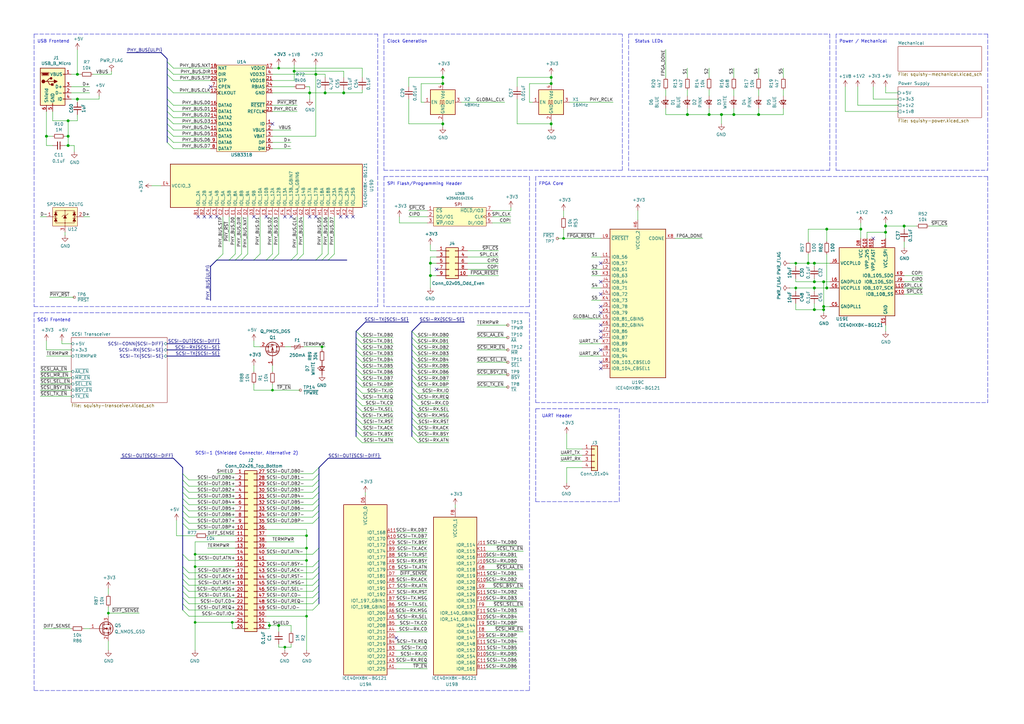
<source format=kicad_sch>
(kicad_sch (version 20211123) (generator eeschema)
  (paper "A3")
  (title_block (title "Squishy") (date "2021-05-31") (rev "1") (company "Aki"))
  (bus_alias "ULPI" (members "D[0..7]" "CLK" "STP" "DIR" "NXT"))
  (bus_alias "SCSI-SE" (members "DB[0..7]" "DBP" "IO" "REQ" "CD" "SEL" "MSG" "RST" "ACK" "BSY" "ATN"))
  (bus_alias "SCSI-DIFF" (members "DBP+" "DBP-" "ATN+" "ATN-" "BSY+" "BSY-" "ACK+" "ACK-" "RST+" "RST-" "MSG+" "MSG-" "SEL+" "SEL-" "CD+" "CD-" "REQ+" "REQ-" "IO+" "IO-" "DB0+" "DB0-" "DB1+" "DB1-" "DB2+" "DB2-" "DB3+" "DB3-" "DB4+" "DB4-" "DB5+" "DB5-" "DB6+" "DB6-" "DB7+" "DB7-"))
  (junction (at 339.09 93.98) (diameter 1.016))
  (junction (at 140.97 38.1) (diameter 1.016))
  (junction (at 27.94 55.88) (diameter 1.016))
  (junction (at 311.15 46.99) (diameter 1.016))
  (junction (at 31.75 30.48) (diameter 1.016))
  (junction (at 337.82 115.57) (diameter 1.016))
  (junction (at 226.06 34.29) (diameter 1.016))
  (junction (at 114.3 256.54) (diameter 1.016))
  (junction (at 337.82 127) (diameter 1.016))
  (junction (at 80.01 227.33))
  (junction (at 226.06 31.75) (diameter 1.016))
  (junction (at 132.08 142.24))
  (junction (at 334.01 115.57) (diameter 1.016))
  (junction (at 116.84 265.43))
  (junction (at 114.3 27.94))
  (junction (at 27.94 49.53) (diameter 1.016))
  (junction (at 363.22 92.71) (diameter 1.016))
  (junction (at 370.84 92.71) (diameter 1.016))
  (junction (at 326.39 107.95))
  (junction (at 95.25 255.27))
  (junction (at 334.01 107.95) (diameter 1.016))
  (junction (at 125.73 252.73))
  (junction (at 334.01 118.11) (diameter 1.016))
  (junction (at 120.65 29.21) (diameter 1.016))
  (junction (at 31.75 40.64) (diameter 1.016))
  (junction (at 295.91 46.99) (diameter 1.016))
  (junction (at 125.73 219.71))
  (junction (at 111.76 160.02))
  (junction (at 125.73 224.79))
  (junction (at 44.45 251.46))
  (junction (at 19.05 55.88) (diameter 1.016))
  (junction (at 326.39 118.11))
  (junction (at 80.01 232.41))
  (junction (at 133.35 38.1) (diameter 1.016))
  (junction (at 127 38.1) (diameter 1.016))
  (junction (at 353.06 93.98) (diameter 1.016))
  (junction (at 176.53 107.95) (diameter 1.016))
  (junction (at 331.47 107.95) (diameter 1.016))
  (junction (at 110.49 256.54) (diameter 1.016))
  (junction (at 339.09 118.11) (diameter 1.016))
  (junction (at 337.82 125.73) (diameter 1.016))
  (junction (at 231.14 97.79))
  (junction (at 129.54 30.48) (diameter 1.016))
  (junction (at 181.61 34.29) (diameter 1.016))
  (junction (at 281.94 46.99) (diameter 1.016))
  (junction (at 80.01 255.27))
  (junction (at 125.73 229.87))
  (junction (at 363.22 95.25) (diameter 1.016))
  (junction (at 300.99 46.99) (diameter 1.016))
  (junction (at 176.53 113.03) (diameter 1.016))
  (junction (at 181.61 50.8) (diameter 1.016))
  (junction (at 334.01 127) (diameter 1.016))
  (junction (at 181.61 31.75) (diameter 1.016))
  (junction (at 27.94 59.69) (diameter 1.016))
  (junction (at 226.06 50.8) (diameter 1.016))
  (junction (at 290.83 46.99) (diameter 1.016))
  (no_connect (at 358.14 97.79))
  (no_connect (at 246.38 107.95))
  (no_connect (at 246.38 115.57))
  (no_connect (at 246.38 120.65))
  (no_connect (at 246.38 125.73))
  (no_connect (at 246.38 128.27))
  (no_connect (at 246.38 133.35))
  (no_connect (at 246.38 135.89))
  (no_connect (at 246.38 138.43))
  (no_connect (at 246.38 143.51))
  (no_connect (at 246.38 148.59))
  (no_connect (at 246.38 151.13))
  (no_connect (at 86.36 35.56))
  (no_connect (at 139.7 88.9))
  (no_connect (at 142.24 88.9))
  (no_connect (at 81.28 88.9))
  (no_connect (at 83.82 88.9))
  (no_connect (at 86.36 88.9))
  (no_connect (at 88.9 88.9))
  (no_connect (at 104.14 88.9))
  (no_connect (at 109.22 88.9))
  (no_connect (at 116.84 88.9))
  (no_connect (at 119.38 88.9))
  (no_connect (at 127 88.9))
  (no_connect (at 129.54 88.9))
  (no_connect (at 144.78 88.9))
  (no_connect (at 162.56 261.62))
  (no_connect (at 179.07 110.49))
  (no_connect (at 111.76 50.8))
  (bus_entry (at 74.93 247.65) (size 2.54 2.54) (stroke (width 0.1524)))
  (bus_entry (at 74.93 214.63) (size 2.54 2.54) (stroke (width 0.1524)))
  (bus_entry (at 146.05 171.45) (size 2.54 2.54) (stroke (width 0.1524)))
  (bus_entry (at 74.93 207.01) (size 2.54 2.54) (stroke (width 0.1524)))
  (bus_entry (at 74.93 232.41) (size 2.54 2.54) (stroke (width 0.1524)))
  (bus_entry (at 168.91 176.53) (size 2.54 2.54) (stroke (width 0.1524)))
  (bus_entry (at 168.91 138.43) (size 2.54 2.54) (stroke (width 0.1524)))
  (bus_entry (at 68.58 55.88) (size 2.54 2.54) (stroke (width 0.1524)))
  (bus_entry (at 74.93 237.49) (size 2.54 2.54) (stroke (width 0.1524)))
  (bus_entry (at 146.05 168.91) (size 2.54 2.54) (stroke (width 0.1524)))
  (bus_entry (at 168.91 163.83) (size 2.54 2.54) (stroke (width 0.1524)))
  (bus_entry (at 168.91 143.51) (size 2.54 2.54) (stroke (width 0.1524)))
  (bus_entry (at 146.05 176.53) (size 2.54 2.54) (stroke (width 0.1524)))
  (bus_entry (at 74.93 240.03) (size 2.54 2.54) (stroke (width 0.1524)))
  (bus_entry (at 74.93 212.09) (size 2.54 2.54) (stroke (width 0.1524)))
  (bus_entry (at 130.81 242.57) (size -2.54 2.54) (stroke (width 0.1524)))
  (bus_entry (at 130.81 234.95) (size -2.54 2.54) (stroke (width 0.1524)))
  (bus_entry (at 130.81 240.03) (size -2.54 2.54) (stroke (width 0.1524)))
  (bus_entry (at 146.05 153.67) (size 2.54 2.54) (stroke (width 0.1524)))
  (bus_entry (at 109.22 106.68) (size 2.54 -2.54) (stroke (width 0.1524)))
  (bus_entry (at 99.06 106.68) (size 2.54 -2.54) (stroke (width 0.1524)))
  (bus_entry (at 130.81 201.93) (size -2.54 2.54) (stroke (width 0.1524)))
  (bus_entry (at 146.05 158.75) (size 2.54 2.54) (stroke (width 0.1524)))
  (bus_entry (at 168.91 146.05) (size 2.54 2.54) (stroke (width 0.1524)))
  (bus_entry (at 146.05 151.13) (size 2.54 2.54) (stroke (width 0.1524)))
  (bus_entry (at 111.76 106.68) (size 2.54 -2.54) (stroke (width 0.1524)))
  (bus_entry (at 130.81 196.85) (size -2.54 2.54) (stroke (width 0.1524)))
  (bus_entry (at 168.91 140.97) (size 2.54 2.54) (stroke (width 0.1524)))
  (bus_entry (at 68.58 27.94) (size 2.54 2.54) (stroke (width 0.1524)))
  (bus_entry (at 168.91 156.21) (size 2.54 2.54) (stroke (width 0.1524)))
  (bus_entry (at 74.93 245.11) (size 2.54 2.54) (stroke (width 0.1524)))
  (bus_entry (at 74.93 227.33) (size 2.54 2.54) (stroke (width 0.1524)))
  (bus_entry (at 130.81 207.01) (size -2.54 2.54) (stroke (width 0.1524)))
  (bus_entry (at 168.91 148.59) (size 2.54 2.54) (stroke (width 0.1524)))
  (bus_entry (at 93.98 106.68) (size 2.54 -2.54) (stroke (width 0.1524)))
  (bus_entry (at 168.91 151.13) (size 2.54 2.54) (stroke (width 0.1524)))
  (bus_entry (at 146.05 179.07) (size 2.54 2.54) (stroke (width 0.1524)))
  (bus_entry (at 129.54 106.68) (size 2.54 -2.54) (stroke (width 0.1524)))
  (bus_entry (at 74.93 250.19) (size 2.54 2.54) (stroke (width 0.1524)))
  (bus_entry (at 168.91 179.07) (size 2.54 2.54) (stroke (width 0.1524)))
  (bus_entry (at 68.58 40.64) (size 2.54 2.54) (stroke (width 0.1524)))
  (bus_entry (at 130.81 194.31) (size -2.54 2.54) (stroke (width 0.1524)))
  (bus_entry (at 74.93 209.55) (size 2.54 2.54) (stroke (width 0.1524)))
  (bus_entry (at 146.05 163.83) (size 2.54 2.54) (stroke (width 0.1524)))
  (bus_entry (at 146.05 140.97) (size 2.54 2.54) (stroke (width 0.1524)))
  (bus_entry (at 130.81 229.87) (size -2.54 2.54) (stroke (width 0.1524)))
  (bus_entry (at 88.9 106.68) (size 2.54 -2.54) (stroke (width 0.1524)))
  (bus_entry (at 134.62 106.68) (size 2.54 -2.54) (stroke (width 0.1524)))
  (bus_entry (at 130.81 247.65) (size -2.54 2.54) (stroke (width 0.1524)))
  (bus_entry (at 68.58 35.56) (size 2.54 2.54) (stroke (width 0.1524)))
  (bus_entry (at 146.05 166.37) (size 2.54 2.54) (stroke (width 0.1524)))
  (bus_entry (at 132.08 106.68) (size 2.54 -2.54) (stroke (width 0.1524)))
  (bus_entry (at 74.93 201.93) (size 2.54 2.54) (stroke (width 0.1524)))
  (bus_entry (at 119.38 106.68) (size 2.54 -2.54) (stroke (width 0.1524)))
  (bus_entry (at 74.93 194.31) (size 2.54 2.54) (stroke (width 0.1524)))
  (bus_entry (at 68.58 43.18) (size 2.54 2.54) (stroke (width 0.1524)))
  (bus_entry (at 74.93 234.95) (size 2.54 2.54) (stroke (width 0.1524)))
  (bus_entry (at 130.81 245.11) (size -2.54 2.54) (stroke (width 0.1524)))
  (bus_entry (at 74.93 242.57) (size 2.54 2.54) (stroke (width 0.1524)))
  (bus_entry (at 130.81 212.09) (size -2.54 2.54) (stroke (width 0.1524)))
  (bus_entry (at 130.81 209.55) (size -2.54 2.54) (stroke (width 0.1524)))
  (bus_entry (at 68.58 45.72) (size 2.54 2.54) (stroke (width 0.1524)))
  (bus_entry (at 168.91 166.37) (size 2.54 2.54) (stroke (width 0.1524)))
  (bus_entry (at 130.81 199.39) (size -2.54 2.54) (stroke (width 0.1524)))
  (bus_entry (at 130.81 232.41) (size -2.54 2.54) (stroke (width 0.1524)))
  (bus_entry (at 96.52 106.68) (size 2.54 -2.54) (stroke (width 0.1524)))
  (bus_entry (at 68.58 50.8) (size 2.54 2.54) (stroke (width 0.1524)))
  (bus_entry (at 130.81 191.77) (size -2.54 2.54) (stroke (width 0.1524)))
  (bus_entry (at 74.93 204.47) (size 2.54 2.54) (stroke (width 0.1524)))
  (bus_entry (at 168.91 168.91) (size 2.54 2.54) (stroke (width 0.1524)))
  (bus_entry (at 68.58 30.48) (size 2.54 2.54) (stroke (width 0.1524)))
  (bus_entry (at 168.91 135.89) (size 2.54 2.54) (stroke (width 0.1524)))
  (bus_entry (at 130.81 204.47) (size -2.54 2.54) (stroke (width 0.1524)))
  (bus_entry (at 168.91 173.99) (size 2.54 2.54) (stroke (width 0.1524)))
  (bus_entry (at 68.58 58.42) (size 2.54 2.54) (stroke (width 0.1524)))
  (bus_entry (at 146.05 135.89) (size 2.54 2.54) (stroke (width 0.1524)))
  (bus_entry (at 168.91 158.75) (size 2.54 2.54) (stroke (width 0.1524)))
  (bus_entry (at 68.58 53.34) (size 2.54 2.54) (stroke (width 0.1524)))
  (bus_entry (at 146.05 156.21) (size 2.54 2.54) (stroke (width 0.1524)))
  (bus_entry (at 130.81 237.49) (size -2.54 2.54) (stroke (width 0.1524)))
  (bus_entry (at 146.05 173.99) (size 2.54 2.54) (stroke (width 0.1524)))
  (bus_entry (at 104.14 106.68) (size 2.54 -2.54) (stroke (width 0.1524)))
  (bus_entry (at 68.58 48.26) (size 2.54 2.54) (stroke (width 0.1524)))
  (bus_entry (at 74.93 196.85) (size 2.54 2.54) (stroke (width 0.1524)))
  (bus_entry (at 68.58 25.4) (size 2.54 2.54) (stroke (width 0.1524)))
  (bus_entry (at 168.91 161.29) (size 2.54 2.54) (stroke (width 0.1524)))
  (bus_entry (at 146.05 161.29) (size 2.54 2.54) (stroke (width 0.1524)))
  (bus_entry (at 146.05 148.59) (size 2.54 2.54) (stroke (width 0.1524)))
  (bus_entry (at 168.91 153.67) (size 2.54 2.54) (stroke (width 0.1524)))
  (bus_entry (at 74.93 199.39) (size 2.54 2.54) (stroke (width 0.1524)))
  (bus_entry (at 146.05 138.43) (size 2.54 2.54) (stroke (width 0.1524)))
  (bus_entry (at 146.05 146.05) (size 2.54 2.54) (stroke (width 0.1524)))
  (bus_entry (at 146.05 143.51) (size 2.54 2.54) (stroke (width 0.1524)))
  (bus_entry (at 121.92 106.68) (size 2.54 -2.54) (stroke (width 0.1524)))
  (bus_entry (at 130.81 224.79) (size -2.54 2.54) (stroke (width 0.1524)))
  (bus_entry (at 168.91 171.45) (size 2.54 2.54) (stroke (width 0.1524)))
  (wire (pts (xy 232.41 191.77) (xy 232.41 198.12)))
  (wire (pts (xy 238.76 191.77) (xy 232.41 191.77)))
  (wire (pts (xy 334.01 114.3) (xy 334.01 115.57)))
  (wire (pts (xy 124.46 104.14) (xy 124.46 88.9)))
  (wire (pts (xy 128.27 240.03) (xy 109.22 240.03)))
  (polyline (pts (xy 13.97 128.27) (xy 13.97 283.21)) (stroke (width 0) (type dash)))
  (polyline (pts (xy 13.97 283.21) (xy 199.39 283.21)) (stroke (width 0) (type dash)))
  (bus (pts (xy 130.81 201.93) (xy 130.81 204.47)))
  (bus (pts (xy 68.58 55.88) (xy 68.58 58.42)))
  (wire (pts (xy 246.38 123.19) (xy 242.57 123.19)))
  (wire (pts (xy 199.39 259.08) (xy 214.63 259.08)))
  (wire (pts (xy 71.12 48.26) (xy 86.36 48.26)))
  (wire (pts (xy 311.15 46.99) (xy 321.31 46.99)))
  (wire (pts (xy 199.39 246.38) (xy 212.09 246.38)))
  (polyline (pts (xy 154.94 69.85) (xy 154.94 125.73)) (stroke (width 0) (type dash)))
  (bus (pts (xy 74.93 247.65) (xy 74.93 250.19)))
  (wire (pts (xy 199.39 261.62) (xy 212.09 261.62)))
  (wire (pts (xy 189.23 41.91) (xy 207.01 41.91)))
  (polyline (pts (xy 157.48 72.39) (xy 157.48 125.73)) (stroke (width 0) (type dash)))
  (polyline (pts (xy 157.48 72.39) (xy 217.17 72.39)) (stroke (width 0) (type dash)))
  (polyline (pts (xy 217.17 72.39) (xy 217.17 125.73)) (stroke (width 0) (type dash)))
  (polyline (pts (xy 217.17 125.73) (xy 157.48 125.73)) (stroke (width 0) (type dash)))
  (wire (pts (xy 368.3 40.64) (xy 358.14 40.64)))
  (wire (pts (xy 114.3 104.14) (xy 114.3 88.9)))
  (wire (pts (xy 31.75 40.64) (xy 31.75 41.91)))
  (wire (pts (xy 111.76 58.42) (xy 119.38 58.42)))
  (wire (pts (xy 71.12 45.72) (xy 86.36 45.72)))
  (wire (pts (xy 77.47 204.47) (xy 96.52 204.47)))
  (wire (pts (xy 125.73 219.71) (xy 109.22 219.71)))
  (wire (pts (xy 93.98 88.9) (xy 93.98 99.06)))
  (wire (pts (xy 199.39 228.6) (xy 212.09 228.6)))
  (wire (pts (xy 238.76 189.23) (xy 229.87 189.23)))
  (wire (pts (xy 179.07 107.95) (xy 176.53 107.95)))
  (wire (pts (xy 19.05 88.9) (xy 16.51 88.9)))
  (bus (pts (xy 146.05 138.43) (xy 146.05 140.97)))
  (wire (pts (xy 110.49 255.27) (xy 110.49 256.54)))
  (wire (pts (xy 110.49 256.54) (xy 110.49 257.81)))
  (wire (pts (xy 128.27 196.85) (xy 109.22 196.85)))
  (wire (pts (xy 199.39 254) (xy 212.09 254)))
  (wire (pts (xy 128.27 214.63) (xy 109.22 214.63)))
  (bus (pts (xy 74.93 240.03) (xy 74.93 242.57)))
  (wire (pts (xy 40.64 40.64) (xy 31.75 40.64)))
  (wire (pts (xy 273.05 31.75) (xy 273.05 20.32)))
  (bus (pts (xy 74.93 196.85) (xy 74.93 199.39)))
  (bus (pts (xy 130.81 242.57) (xy 130.81 245.11)))
  (wire (pts (xy 246.38 110.49) (xy 242.57 110.49)))
  (wire (pts (xy 195.58 148.59) (xy 208.28 148.59)))
  (wire (pts (xy 162.56 271.78) (xy 175.26 271.78)))
  (wire (pts (xy 111.76 104.14) (xy 111.76 88.9)))
  (wire (pts (xy 246.38 130.81) (xy 234.95 130.81)))
  (wire (pts (xy 71.12 33.02) (xy 86.36 33.02)))
  (wire (pts (xy 162.56 228.6) (xy 175.26 228.6)))
  (wire (pts (xy 199.39 256.54) (xy 212.09 256.54)))
  (wire (pts (xy 162.56 241.3) (xy 175.26 241.3)))
  (wire (pts (xy 199.39 269.24) (xy 212.09 269.24)))
  (wire (pts (xy 232.41 177.8) (xy 232.41 184.15)))
  (wire (pts (xy 77.47 217.17) (xy 96.52 217.17)))
  (wire (pts (xy 300.99 36.83) (xy 300.99 39.37)))
  (wire (pts (xy 148.59 173.99) (xy 161.29 173.99)))
  (wire (pts (xy 300.99 31.75) (xy 300.99 27.94)))
  (bus (pts (xy 130.81 245.11) (xy 130.81 247.65)))
  (wire (pts (xy 331.47 104.14) (xy 331.47 107.95)))
  (wire (pts (xy 71.12 38.1) (xy 86.36 38.1)))
  (wire (pts (xy 209.55 85.09) (xy 209.55 86.36)))
  (wire (pts (xy 30.48 121.92) (xy 20.32 121.92)))
  (wire (pts (xy 199.39 243.84) (xy 212.09 243.84)))
  (bus (pts (xy 88.9 106.68) (xy 93.98 106.68)))
  (wire (pts (xy 111.76 33.02) (xy 120.65 33.02)))
  (wire (pts (xy 120.65 26.67) (xy 120.65 29.21)))
  (wire (pts (xy 120.65 29.21) (xy 120.65 33.02)))
  (bus (pts (xy 130.81 209.55) (xy 130.81 212.09)))
  (wire (pts (xy 326.39 127) (xy 326.39 124.46)))
  (wire (pts (xy 334.01 127) (xy 326.39 127)))
  (wire (pts (xy 337.82 127) (xy 334.01 127)))
  (wire (pts (xy 36.83 257.81) (xy 34.29 257.81)))
  (wire (pts (xy 175.26 88.9) (xy 167.64 88.9)))
  (wire (pts (xy 16.51 162.56) (xy 29.21 162.56)))
  (wire (pts (xy 226.06 49.53) (xy 226.06 50.8)))
  (wire (pts (xy 119.38 142.24) (xy 116.84 142.24)))
  (polyline (pts (xy 13.97 13.97) (xy 13.97 69.85)) (stroke (width 0) (type dash)))
  (polyline (pts (xy 13.97 13.97) (xy 154.94 13.97)) (stroke (width 0) (type dash)))
  (polyline (pts (xy 13.97 125.73) (xy 154.94 125.73)) (stroke (width 0) (type dash)))
  (polyline (pts (xy 154.94 69.85) (xy 154.94 13.97)) (stroke (width 0) (type dash)))
  (wire (pts (xy 281.94 46.99) (xy 290.83 46.99)))
  (bus (pts (xy 74.93 234.95) (xy 74.93 237.49)))
  (wire (pts (xy 109.22 229.87) (xy 125.73 229.87)))
  (wire (pts (xy 125.73 229.87) (xy 125.73 224.79)))
  (wire (pts (xy 114.3 256.54) (xy 119.38 256.54)))
  (wire (pts (xy 114.3 259.08) (xy 114.3 256.54)))
  (wire (pts (xy 119.38 256.54) (xy 119.38 259.08)))
  (bus (pts (xy 130.81 199.39) (xy 130.81 201.93)))
  (wire (pts (xy 104.14 149.86) (xy 104.14 152.4)))
  (bus (pts (xy 86.36 123.19) (xy 86.36 109.22)))
  (wire (pts (xy 124.46 142.24) (xy 132.08 142.24)))
  (wire (pts (xy 132.08 142.24) (xy 133.35 142.24)))
  (wire (pts (xy 212.09 50.8) (xy 212.09 40.64)))
  (wire (pts (xy 171.45 140.97) (xy 184.15 140.97)))
  (wire (pts (xy 16.51 160.02) (xy 29.21 160.02)))
  (bus (pts (xy 146.05 168.91) (xy 146.05 171.45)))
  (wire (pts (xy 232.41 184.15) (xy 238.76 184.15)))
  (bus (pts (xy 68.58 48.26) (xy 68.58 50.8)))
  (wire (pts (xy 162.56 243.84) (xy 175.26 243.84)))
  (bus (pts (xy 74.93 232.41) (xy 74.93 234.95)))
  (wire (pts (xy 191.77 107.95) (xy 204.47 107.95)))
  (wire (pts (xy 175.26 86.36) (xy 167.64 86.36)))
  (wire (pts (xy 381 92.71) (xy 388.62 92.71)))
  (wire (pts (xy 129.54 26.67) (xy 129.54 30.48)))
  (wire (pts (xy 171.45 161.29) (xy 184.15 161.29)))
  (wire (pts (xy 114.3 26.67) (xy 114.3 27.94)))
  (wire (pts (xy 281.94 44.45) (xy 281.94 46.99)))
  (wire (pts (xy 175.26 274.32) (xy 162.56 274.32)))
  (wire (pts (xy 370.84 99.06) (xy 370.84 101.6)))
  (wire (pts (xy 195.58 158.75) (xy 208.28 158.75)))
  (wire (pts (xy 25.4 139.7) (xy 25.4 140.97)))
  (wire (pts (xy 363.22 38.1) (xy 368.3 38.1)))
  (wire (pts (xy 226.06 31.75) (xy 226.06 34.29)))
  (wire (pts (xy 363.22 92.71) (xy 370.84 92.71)))
  (wire (pts (xy 148.59 176.53) (xy 161.29 176.53)))
  (wire (pts (xy 128.27 204.47) (xy 109.22 204.47)))
  (bus (pts (xy 130.81 194.31) (xy 130.81 196.85)))
  (polyline (pts (xy 13.97 69.85) (xy 13.97 125.73)) (stroke (width 0) (type dash)))
  (bus (pts (xy 74.93 214.63) (xy 74.93 227.33)))
  (wire (pts (xy 311.15 36.83) (xy 311.15 39.37)))
  (wire (pts (xy 199.39 236.22) (xy 212.09 236.22)))
  (wire (pts (xy 238.76 186.69) (xy 229.87 186.69)))
  (wire (pts (xy 21.59 55.88) (xy 19.05 55.88)))
  (wire (pts (xy 355.6 97.79) (xy 355.6 95.25)))
  (wire (pts (xy 370.84 118.11) (xy 378.46 118.11)))
  (wire (pts (xy 171.45 148.59) (xy 184.15 148.59)))
  (bus (pts (xy 130.81 229.87) (xy 130.81 232.41)))
  (wire (pts (xy 99.06 104.14) (xy 99.06 88.9)))
  (wire (pts (xy 77.47 242.57) (xy 96.52 242.57)))
  (bus (pts (xy 130.81 191.77) (xy 130.81 194.31)))
  (wire (pts (xy 77.47 247.65) (xy 96.52 247.65)))
  (wire (pts (xy 128.27 247.65) (xy 109.22 247.65)))
  (wire (pts (xy 171.45 179.07) (xy 184.15 179.07)))
  (wire (pts (xy 171.45 173.99) (xy 184.15 173.99)))
  (bus (pts (xy 119.38 106.68) (xy 121.92 106.68)))
  (wire (pts (xy 231.14 97.79) (xy 231.14 93.98)))
  (bus (pts (xy 130.81 204.47) (xy 130.81 207.01)))
  (wire (pts (xy 111.76 60.96) (xy 119.38 60.96)))
  (wire (pts (xy 358.14 35.56) (xy 358.14 40.64)))
  (wire (pts (xy 199.39 223.52) (xy 212.09 223.52)))
  (wire (pts (xy 80.01 227.33) (xy 96.52 227.33)))
  (wire (pts (xy 21.59 49.53) (xy 21.59 45.72)))
  (bus (pts (xy 52.07 21.59) (xy 66.04 21.59)))
  (bus (pts (xy 66.04 21.59) (xy 68.58 24.13)))
  (bus (pts (xy 68.58 24.13) (xy 68.58 25.4)))
  (wire (pts (xy 226.06 50.8) (xy 212.09 50.8)))
  (wire (pts (xy 34.29 88.9) (xy 36.83 88.9)))
  (wire (pts (xy 370.84 115.57) (xy 378.46 115.57)))
  (bus (pts (xy 168.91 138.43) (xy 168.91 140.97)))
  (wire (pts (xy 162.56 248.92) (xy 175.26 248.92)))
  (wire (pts (xy 231.14 86.36) (xy 231.14 88.9)))
  (wire (pts (xy 80.01 232.41) (xy 96.52 232.41)))
  (wire (pts (xy 337.82 125.73) (xy 337.82 115.57)))
  (wire (pts (xy 72.39 219.71) (xy 72.39 213.36)))
  (wire (pts (xy 80.01 219.71) (xy 72.39 219.71)))
  (bus (pts (xy 74.93 201.93) (xy 74.93 204.47)))
  (bus (pts (xy 68.58 53.34) (xy 68.58 55.88)))
  (bus (pts (xy 74.93 212.09) (xy 74.93 214.63)))
  (bus (pts (xy 104.14 106.68) (xy 109.22 106.68)))
  (wire (pts (xy 199.39 231.14) (xy 212.09 231.14)))
  (wire (pts (xy 173.99 41.91) (xy 172.72 41.91)))
  (wire (pts (xy 106.68 104.14) (xy 106.68 88.9)))
  (wire (pts (xy 331.47 93.98) (xy 339.09 93.98)))
  (wire (pts (xy 331.47 99.06) (xy 331.47 93.98)))
  (wire (pts (xy 339.09 93.98) (xy 353.06 93.98)))
  (bus (pts (xy 74.93 242.57) (xy 74.93 245.11)))
  (wire (pts (xy 181.61 49.53) (xy 181.61 50.8)))
  (wire (pts (xy 186.69 207.01) (xy 186.69 208.28)))
  (wire (pts (xy 300.99 46.99) (xy 311.15 46.99)))
  (wire (pts (xy 96.52 234.95) (xy 77.47 234.95)))
  (wire (pts (xy 80.01 222.25) (xy 96.52 222.25)))
  (wire (pts (xy 167.64 31.75) (xy 167.64 35.56)))
  (wire (pts (xy 109.22 217.17) (xy 125.73 217.17)))
  (wire (pts (xy 311.15 44.45) (xy 311.15 46.99)))
  (bus (pts (xy 146.05 161.29) (xy 146.05 163.83)))
  (bus (pts (xy 146.05 158.75) (xy 146.05 161.29)))
  (wire (pts (xy 334.01 109.22) (xy 334.01 107.95)))
  (wire (pts (xy 77.47 212.09) (xy 96.52 212.09)))
  (wire (pts (xy 77.47 252.73) (xy 96.52 252.73)))
  (wire (pts (xy 226.06 31.75) (xy 212.09 31.75)))
  (wire (pts (xy 116.84 266.7) (xy 116.84 265.43)))
  (wire (pts (xy 31.75 49.53) (xy 27.94 49.53)))
  (bus (pts (xy 130.81 224.79) (xy 130.81 229.87)))
  (wire (pts (xy 148.59 143.51) (xy 161.29 143.51)))
  (wire (pts (xy 199.39 226.06) (xy 214.63 226.06)))
  (wire (pts (xy 19.05 59.69) (xy 19.05 55.88)))
  (wire (pts (xy 148.59 161.29) (xy 161.29 161.29)))
  (wire (pts (xy 311.15 31.75) (xy 311.15 27.94)))
  (wire (pts (xy 132.08 104.14) (xy 132.08 88.9)))
  (bus (pts (xy 68.58 30.48) (xy 68.58 35.56)))
  (bus (pts (xy 146.05 166.37) (xy 146.05 168.91)))
  (wire (pts (xy 31.75 30.48) (xy 33.02 30.48)))
  (wire (pts (xy 148.59 163.83) (xy 161.29 163.83)))
  (bus (pts (xy 146.05 151.13) (xy 146.05 153.67)))
  (wire (pts (xy 201.93 88.9) (xy 209.55 88.9)))
  (bus (pts (xy 168.91 156.21) (xy 168.91 158.75)))
  (wire (pts (xy 44.45 251.46) (xy 57.15 251.46)))
  (wire (pts (xy 162.56 223.52) (xy 175.26 223.52)))
  (wire (pts (xy 30.48 59.69) (xy 27.94 59.69)))
  (wire (pts (xy 30.48 62.23) (xy 30.48 59.69)))
  (bus (pts (xy 130.81 237.49) (xy 130.81 240.03)))
  (wire (pts (xy 17.78 257.81) (xy 29.21 257.81)))
  (wire (pts (xy 26.67 96.52) (xy 26.67 95.25)))
  (wire (pts (xy 176.53 113.03) (xy 176.53 118.11)))
  (wire (pts (xy 179.07 113.03) (xy 176.53 113.03)))
  (wire (pts (xy 128.27 234.95) (xy 109.22 234.95)))
  (wire (pts (xy 44.45 262.89) (xy 44.45 266.7)))
  (bus (pts (xy 90.17 146.05) (xy 68.58 146.05)))
  (polyline (pts (xy 257.81 13.97) (xy 257.81 69.85)) (stroke (width 0) (type dash)))
  (polyline (pts (xy 257.81 13.97) (xy 340.36 13.97)) (stroke (width 0) (type dash)))
  (polyline (pts (xy 340.36 13.97) (xy 340.36 69.85)) (stroke (width 0) (type dash)))
  (polyline (pts (xy 340.36 69.85) (xy 257.81 69.85)) (stroke (width 0) (type dash)))
  (wire (pts (xy 29.21 40.64) (xy 31.75 40.64)))
  (wire (pts (xy 171.45 168.91) (xy 184.15 168.91)))
  (wire (pts (xy 31.75 30.48) (xy 29.21 30.48)))
  (bus (pts (xy 74.93 204.47) (xy 74.93 207.01)))
  (bus (pts (xy 146.05 173.99) (xy 146.05 176.53)))
  (wire (pts (xy 162.56 259.08) (xy 175.26 259.08)))
  (wire (pts (xy 27.94 49.53) (xy 21.59 49.53)))
  (wire (pts (xy 148.59 179.07) (xy 161.29 179.07)))
  (bus (pts (xy 146.05 171.45) (xy 146.05 173.99)))
  (wire (pts (xy 321.31 31.75) (xy 321.31 27.94)))
  (wire (pts (xy 176.53 102.87) (xy 179.07 102.87)))
  (polyline (pts (xy 219.71 72.39) (xy 219.71 165.1)) (stroke (width 0) (type dash)))
  (polyline (pts (xy 219.71 165.1) (xy 405.13 165.1)) (stroke (width 0) (type dash)))
  (polyline (pts (xy 405.13 72.39) (xy 219.71 72.39)) (stroke (width 0) (type dash)))
  (polyline (pts (xy 405.13 72.39) (xy 405.13 165.1)) (stroke (width 0) (type dash)))
  (bus (pts (xy 167.64 132.08) (xy 149.86 132.08)))
  (wire (pts (xy 19.05 45.72) (xy 19.05 55.88)))
  (bus (pts (xy 168.91 166.37) (xy 168.91 168.91)))
  (wire (pts (xy 109.22 252.73) (xy 125.73 252.73)))
  (wire (pts (xy 125.73 252.73) (xy 125.73 266.7)))
  (bus (pts (xy 134.62 187.96) (xy 130.81 191.77)))
  (wire (pts (xy 148.59 168.91) (xy 161.29 168.91)))
  (wire (pts (xy 132.08 143.51) (xy 132.08 142.24)))
  (wire (pts (xy 125.73 35.56) (xy 127 35.56)))
  (wire (pts (xy 127 35.56) (xy 127 38.1)))
  (wire (pts (xy 162.56 218.44) (xy 175.26 218.44)))
  (bus (pts (xy 168.91 146.05) (xy 168.91 148.59)))
  (wire (pts (xy 40.64 39.37) (xy 40.64 40.64)))
  (wire (pts (xy 334.01 124.46) (xy 334.01 127)))
  (wire (pts (xy 199.39 251.46) (xy 212.09 251.46)))
  (bus (pts (xy 121.92 106.68) (xy 129.54 106.68)))
  (wire (pts (xy 71.12 43.18) (xy 86.36 43.18)))
  (wire (pts (xy 172.72 34.29) (xy 181.61 34.29)))
  (wire (pts (xy 109.22 257.81) (xy 110.49 257.81)))
  (wire (pts (xy 290.83 46.99) (xy 295.91 46.99)))
  (wire (pts (xy 295.91 46.99) (xy 300.99 46.99)))
  (bus (pts (xy 146.05 176.53) (xy 146.05 179.07)))
  (wire (pts (xy 77.47 245.11) (xy 96.52 245.11)))
  (wire (pts (xy 148.59 166.37) (xy 161.29 166.37)))
  (wire (pts (xy 27.94 59.69) (xy 27.94 55.88)))
  (wire (pts (xy 199.39 248.92) (xy 214.63 248.92)))
  (bus (pts (xy 132.08 106.68) (xy 134.62 106.68)))
  (wire (pts (xy 162.56 256.54) (xy 175.26 256.54)))
  (wire (pts (xy 91.44 104.14) (xy 91.44 88.9)))
  (wire (pts (xy 77.47 240.03) (xy 96.52 240.03)))
  (wire (pts (xy 44.45 241.3) (xy 44.45 243.84)))
  (wire (pts (xy 128.27 242.57) (xy 109.22 242.57)))
  (wire (pts (xy 171.45 166.37) (xy 184.15 166.37)))
  (bus (pts (xy 68.58 25.4) (xy 68.58 27.94)))
  (wire (pts (xy 246.38 146.05) (xy 237.49 146.05)))
  (wire (pts (xy 77.47 201.93) (xy 96.52 201.93)))
  (wire (pts (xy 77.47 196.85) (xy 96.52 196.85)))
  (wire (pts (xy 128.27 212.09) (xy 109.22 212.09)))
  (bus (pts (xy 129.54 106.68) (xy 132.08 106.68)))
  (bus (pts (xy 68.58 43.18) (xy 68.58 45.72)))
  (wire (pts (xy 300.99 44.45) (xy 300.99 46.99)))
  (wire (pts (xy 176.53 105.41) (xy 176.53 107.95)))
  (wire (pts (xy 176.53 107.95) (xy 176.53 113.03)))
  (wire (pts (xy 179.07 105.41) (xy 176.53 105.41)))
  (wire (pts (xy 370.84 92.71) (xy 370.84 93.98)))
  (wire (pts (xy 199.39 264.16) (xy 212.09 264.16)))
  (wire (pts (xy 133.35 38.1) (xy 140.97 38.1)))
  (wire (pts (xy 140.97 38.1) (xy 148.59 38.1)))
  (wire (pts (xy 148.59 38.1) (xy 148.59 36.83)))
  (bus (pts (xy 74.93 207.01) (xy 74.93 209.55)))
  (wire (pts (xy 162.56 269.24) (xy 175.26 269.24)))
  (wire (pts (xy 77.47 214.63) (xy 96.52 214.63)))
  (bus (pts (xy 74.93 237.49) (xy 74.93 240.03)))
  (wire (pts (xy 326.39 115.57) (xy 326.39 114.3)))
  (bus (pts (xy 99.06 106.68) (xy 104.14 106.68)))
  (wire (pts (xy 181.61 50.8) (xy 167.64 50.8)))
  (wire (pts (xy 363.22 133.35) (xy 363.22 135.89)))
  (wire (pts (xy 321.31 36.83) (xy 321.31 39.37)))
  (bus (pts (xy 111.76 106.68) (xy 119.38 106.68)))
  (wire (pts (xy 26.67 55.88) (xy 27.94 55.88)))
  (bus (pts (xy 146.05 146.05) (xy 146.05 148.59)))
  (wire (pts (xy 370.84 113.03) (xy 378.46 113.03)))
  (bus (pts (xy 146.05 135.89) (xy 146.05 138.43)))
  (bus (pts (xy 149.86 132.08) (xy 146.05 135.89)))
  (wire (pts (xy 29.21 146.05) (xy 19.05 146.05)))
  (wire (pts (xy 351.79 35.56) (xy 351.79 43.18)))
  (wire (pts (xy 368.3 43.18) (xy 351.79 43.18)))
  (wire (pts (xy 246.38 97.79) (xy 231.14 97.79)))
  (wire (pts (xy 16.51 152.4) (xy 29.21 152.4)))
  (wire (pts (xy 273.05 36.83) (xy 273.05 39.37)))
  (wire (pts (xy 128.27 245.11) (xy 109.22 245.11)))
  (wire (pts (xy 218.44 41.91) (xy 217.17 41.91)))
  (wire (pts (xy 120.65 35.56) (xy 111.76 35.56)))
  (wire (pts (xy 355.6 95.25) (xy 363.22 95.25)))
  (wire (pts (xy 114.3 265.43) (xy 116.84 265.43)))
  (wire (pts (xy 116.84 265.43) (xy 119.38 265.43)))
  (wire (pts (xy 162.56 238.76) (xy 175.26 238.76)))
  (wire (pts (xy 110.49 256.54) (xy 114.3 256.54)))
  (wire (pts (xy 71.12 50.8) (xy 86.36 50.8)))
  (wire (pts (xy 163.83 91.44) (xy 175.26 91.44)))
  (wire (pts (xy 273.05 46.99) (xy 273.05 44.45)))
  (bus (pts (xy 146.05 156.21) (xy 146.05 158.75)))
  (wire (pts (xy 21.59 59.69) (xy 19.05 59.69)))
  (wire (pts (xy 171.45 176.53) (xy 184.15 176.53)))
  (wire (pts (xy 71.12 27.94) (xy 86.36 27.94)))
  (wire (pts (xy 162.56 246.38) (xy 175.26 246.38)))
  (wire (pts (xy 281.94 46.99) (xy 273.05 46.99)))
  (wire (pts (xy 195.58 143.51) (xy 208.28 143.51)))
  (wire (pts (xy 26.67 59.69) (xy 27.94 59.69)))
  (wire (pts (xy 326.39 115.57) (xy 334.01 115.57)))
  (wire (pts (xy 334.01 115.57) (xy 337.82 115.57)))
  (wire (pts (xy 337.82 115.57) (xy 340.36 115.57)))
  (wire (pts (xy 337.82 125.73) (xy 340.36 125.73)))
  (wire (pts (xy 334.01 118.11) (xy 334.01 119.38)))
  (wire (pts (xy 109.22 224.79) (xy 125.73 224.79)))
  (wire (pts (xy 125.73 217.17) (xy 125.73 219.71)))
  (wire (pts (xy 125.73 219.71) (xy 125.73 224.79)))
  (wire (pts (xy 148.59 146.05) (xy 161.29 146.05)))
  (wire (pts (xy 162.56 236.22) (xy 175.26 236.22)))
  (wire (pts (xy 16.51 157.48) (xy 29.21 157.48)))
  (wire (pts (xy 191.77 113.03) (xy 204.47 113.03)))
  (wire (pts (xy 128.27 209.55) (xy 109.22 209.55)))
  (wire (pts (xy 261.62 86.36) (xy 261.62 90.17)))
  (bus (pts (xy 109.22 106.68) (xy 111.76 106.68)))
  (wire (pts (xy 323.85 107.95) (xy 326.39 107.95)))
  (wire (pts (xy 77.47 250.19) (xy 96.52 250.19)))
  (wire (pts (xy 191.77 110.49) (xy 204.47 110.49)))
  (wire (pts (xy 104.14 157.48) (xy 104.14 160.02)))
  (wire (pts (xy 104.14 160.02) (xy 111.76 160.02)))
  (wire (pts (xy 195.58 138.43) (xy 208.28 138.43)))
  (wire (pts (xy 45.72 30.48) (xy 45.72 29.21)))
  (wire (pts (xy 111.76 38.1) (xy 127 38.1)))
  (wire (pts (xy 127 38.1) (xy 127 40.64)))
  (wire (pts (xy 71.12 55.88) (xy 86.36 55.88)))
  (bus (pts (xy 130.81 234.95) (xy 130.81 237.49)))
  (wire (pts (xy 111.76 55.88) (xy 129.54 55.88)))
  (bus (pts (xy 146.05 148.59) (xy 146.05 151.13)))
  (bus (pts (xy 134.62 106.68) (xy 142.24 106.68)))
  (wire (pts (xy 326.39 118.11) (xy 334.01 118.11)))
  (wire (pts (xy 326.39 119.38) (xy 326.39 118.11)))
  (wire (pts (xy 16.51 154.94) (xy 29.21 154.94)))
  (wire (pts (xy 162.56 226.06) (xy 175.26 226.06)))
  (wire (pts (xy 29.21 35.56) (xy 36.83 35.56)))
  (wire (pts (xy 71.12 53.34) (xy 86.36 53.34)))
  (wire (pts (xy 85.09 224.79) (xy 96.52 224.79)))
  (wire (pts (xy 281.94 31.75) (xy 281.94 27.94)))
  (wire (pts (xy 111.76 53.34) (xy 119.38 53.34)))
  (wire (pts (xy 148.59 153.67) (xy 161.29 153.67)))
  (wire (pts (xy 120.65 222.25) (xy 109.22 222.25)))
  (wire (pts (xy 106.68 142.24) (xy 104.14 142.24)))
  (wire (pts (xy 128.27 194.31) (xy 109.22 194.31)))
  (wire (pts (xy 77.47 199.39) (xy 96.52 199.39)))
  (wire (pts (xy 171.45 156.21) (xy 184.15 156.21)))
  (bus (pts (xy 146.05 140.97) (xy 146.05 143.51)))
  (wire (pts (xy 77.47 237.49) (xy 96.52 237.49)))
  (wire (pts (xy 77.47 207.01) (xy 96.52 207.01)))
  (bus (pts (xy 146.05 153.67) (xy 146.05 156.21)))
  (wire (pts (xy 29.21 38.1) (xy 36.83 38.1)))
  (wire (pts (xy 85.09 219.71) (xy 96.52 219.71)))
  (wire (pts (xy 114.3 264.16) (xy 114.3 265.43)))
  (wire (pts (xy 119.38 265.43) (xy 119.38 264.16)))
  (wire (pts (xy 80.01 255.27) (xy 80.01 266.7)))
  (wire (pts (xy 171.45 171.45) (xy 184.15 171.45)))
  (bus (pts (xy 146.05 163.83) (xy 146.05 166.37)))
  (bus (pts (xy 90.17 143.51) (xy 68.58 143.51)))
  (wire (pts (xy 212.09 31.75) (xy 212.09 35.56)))
  (bus (pts (xy 172.72 132.08) (xy 168.91 135.89)))
  (wire (pts (xy 226.06 30.48) (xy 226.06 31.75)))
  (wire (pts (xy 111.76 157.48) (xy 111.76 160.02)))
  (wire (pts (xy 111.76 160.02) (xy 123.19 160.02)))
  (wire (pts (xy 171.45 143.51) (xy 184.15 143.51)))
  (wire (pts (xy 226.06 50.8) (xy 226.06 52.07)))
  (wire (pts (xy 162.56 266.7) (xy 175.26 266.7)))
  (polyline (pts (xy 219.71 167.64) (xy 219.71 205.74)) (stroke (width 0) (type dash)))
  (polyline (pts (xy 219.71 167.64) (xy 254 167.64)) (stroke (width 0) (type dash)))
  (polyline (pts (xy 219.71 205.74) (xy 254 205.74)) (stroke (width 0) (type dash)))
  (polyline (pts (xy 254 205.74) (xy 254 167.64)) (stroke (width 0) (type dash)))
  (wire (pts (xy 228.6 97.79) (xy 231.14 97.79)))
  (wire (pts (xy 363.22 95.25) (xy 363.22 97.79)))
  (wire (pts (xy 96.52 104.14) (xy 96.52 88.9)))
  (bus (pts (xy 168.91 135.89) (xy 168.91 138.43)))
  (wire (pts (xy 181.61 30.48) (xy 181.61 31.75)))
  (wire (pts (xy 31.75 46.99) (xy 31.75 49.53)))
  (bus (pts (xy 49.53 187.96) (xy 71.12 187.96)))
  (wire (pts (xy 128.27 199.39) (xy 109.22 199.39)))
  (wire (pts (xy 111.76 45.72) (xy 121.92 45.72)))
  (wire (pts (xy 149.86 201.93) (xy 149.86 203.2)))
  (bus (pts (xy 74.93 227.33) (xy 74.93 232.41)))
  (wire (pts (xy 171.45 158.75) (xy 184.15 158.75)))
  (wire (pts (xy 171.45 146.05) (xy 184.15 146.05)))
  (wire (pts (xy 171.45 163.83) (xy 184.15 163.83)))
  (wire (pts (xy 148.59 156.21) (xy 161.29 156.21)))
  (wire (pts (xy 133.35 36.83) (xy 133.35 38.1)))
  (wire (pts (xy 133.35 38.1) (xy 127 38.1)))
  (bus (pts (xy 68.58 27.94) (xy 68.58 30.48)))
  (wire (pts (xy 201.93 86.36) (xy 209.55 86.36)))
  (wire (pts (xy 290.83 31.75) (xy 290.83 27.94)))
  (bus (pts (xy 68.58 40.64) (xy 68.58 43.18)))
  (wire (pts (xy 44.45 248.92) (xy 44.45 251.46)))
  (wire (pts (xy 44.45 251.46) (xy 44.45 252.73)))
  (wire (pts (xy 276.86 97.79) (xy 288.29 97.79)))
  (wire (pts (xy 162.56 220.98) (xy 175.26 220.98)))
  (wire (pts (xy 128.27 207.01) (xy 109.22 207.01)))
  (bus (pts (xy 96.52 106.68) (xy 99.06 106.68)))
  (bus (pts (xy 86.36 109.22) (xy 88.9 106.68)))
  (wire (pts (xy 171.45 181.61) (xy 184.15 181.61)))
  (wire (pts (xy 199.39 266.7) (xy 212.09 266.7)))
  (bus (pts (xy 168.91 148.59) (xy 168.91 151.13)))
  (wire (pts (xy 295.91 50.8) (xy 295.91 46.99)))
  (wire (pts (xy 339.09 104.14) (xy 339.09 118.11)))
  (bus (pts (xy 74.93 199.39) (xy 74.93 201.93)))
  (wire (pts (xy 290.83 36.83) (xy 290.83 39.37)))
  (bus (pts (xy 168.91 153.67) (xy 168.91 156.21)))
  (wire (pts (xy 363.22 35.56) (xy 363.22 38.1)))
  (wire (pts (xy 71.12 60.96) (xy 86.36 60.96)))
  (wire (pts (xy 176.53 100.33) (xy 176.53 102.87)))
  (polyline (pts (xy 342.9 13.97) (xy 342.9 69.85)) (stroke (width 0) (type dash)))
  (polyline (pts (xy 342.9 69.85) (xy 405.13 69.85)) (stroke (width 0) (type dash)))
  (polyline (pts (xy 405.13 13.97) (xy 342.9 13.97)) (stroke (width 0) (type dash)))
  (polyline (pts (xy 405.13 13.97) (xy 405.13 69.85)) (stroke (width 0) (type dash)))
  (wire (pts (xy 217.17 34.29) (xy 226.06 34.29)))
  (wire (pts (xy 181.61 31.75) (xy 181.61 34.29)))
  (wire (pts (xy 162.56 251.46) (xy 175.26 251.46)))
  (wire (pts (xy 38.1 30.48) (xy 45.72 30.48)))
  (wire (pts (xy 101.6 104.14) (xy 101.6 88.9)))
  (wire (pts (xy 339.09 118.11) (xy 334.01 118.11)))
  (wire (pts (xy 340.36 118.11) (xy 339.09 118.11)))
  (wire (pts (xy 217.17 41.91) (xy 217.17 34.29)))
  (polyline (pts (xy 157.48 13.97) (xy 157.48 69.85)) (stroke (width 0) (type dash)))
  (polyline (pts (xy 157.48 13.97) (xy 255.27 13.97)) (stroke (width 0) (type dash)))
  (polyline (pts (xy 157.48 69.85) (xy 255.27 69.85)) (stroke (width 0) (type dash)))
  (polyline (pts (xy 255.27 69.85) (xy 255.27 13.97)) (stroke (width 0) (type dash)))
  (wire (pts (xy 167.64 50.8) (xy 167.64 40.64)))
  (wire (pts (xy 148.59 158.75) (xy 161.29 158.75)))
  (wire (pts (xy 370.84 120.65) (xy 378.46 120.65)))
  (bus (pts (xy 68.58 140.97) (xy 90.17 140.97)))
  (wire (pts (xy 199.39 241.3) (xy 214.63 241.3)))
  (wire (pts (xy 246.38 140.97) (xy 237.49 140.97)))
  (bus (pts (xy 190.5 132.08) (xy 172.72 132.08)))
  (polyline (pts (xy 13.97 128.27) (xy 217.17 128.27)) (stroke (width 0) (type dash)))
  (wire (pts (xy 208.28 133.35) (xy 195.58 133.35)))
  (wire (pts (xy 148.59 181.61) (xy 161.29 181.61)))
  (wire (pts (xy 201.93 91.44) (xy 209.55 91.44)))
  (wire (pts (xy 114.3 27.94) (xy 148.59 27.94)))
  (wire (pts (xy 148.59 27.94) (xy 148.59 31.75)))
  (bus (pts (xy 130.81 212.09) (xy 130.81 224.79)))
  (wire (pts (xy 199.39 238.76) (xy 212.09 238.76)))
  (wire (pts (xy 140.97 36.83) (xy 140.97 38.1)))
  (wire (pts (xy 31.75 20.32) (xy 31.75 30.48)))
  (wire (pts (xy 128.27 237.49) (xy 109.22 237.49)))
  (bus (pts (xy 130.81 196.85) (xy 130.81 199.39)))
  (wire (pts (xy 162.56 233.68) (xy 175.26 233.68)))
  (wire (pts (xy 104.14 142.24) (xy 104.14 139.7)))
  (wire (pts (xy 80.01 227.33) (xy 80.01 222.25)))
  (wire (pts (xy 111.76 30.48) (xy 129.54 30.48)))
  (wire (pts (xy 129.54 30.48) (xy 133.35 30.48)))
  (wire (pts (xy 181.61 50.8) (xy 181.61 52.07)))
  (wire (pts (xy 128.27 201.93) (xy 109.22 201.93)))
  (bus (pts (xy 168.91 163.83) (xy 168.91 166.37)))
  (bus (pts (xy 168.91 151.13) (xy 168.91 153.67)))
  (wire (pts (xy 346.71 35.56) (xy 346.71 45.72)))
  (wire (pts (xy 162.56 231.14) (xy 175.26 231.14)))
  (wire (pts (xy 77.47 209.55) (xy 96.52 209.55)))
  (wire (pts (xy 346.71 45.72) (xy 368.3 45.72)))
  (bus (pts (xy 71.12 187.96) (xy 74.93 191.77)))
  (bus (pts (xy 74.93 191.77) (xy 74.93 194.31)))
  (wire (pts (xy 233.68 41.91) (xy 251.46 41.91)))
  (wire (pts (xy 353.06 91.44) (xy 353.06 93.98)))
  (wire (pts (xy 353.06 93.98) (xy 353.06 97.79)))
  (wire (pts (xy 191.77 105.41) (xy 204.47 105.41)))
  (wire (pts (xy 363.22 92.71) (xy 363.22 95.25)))
  (wire (pts (xy 109.22 255.27) (xy 110.49 255.27)))
  (bus (pts (xy 168.91 158.75) (xy 168.91 161.29)))
  (wire (pts (xy 172.72 41.91) (xy 172.72 34.29)))
  (wire (pts (xy 199.39 274.32) (xy 212.09 274.32)))
  (bus (pts (xy 74.93 245.11) (xy 74.93 247.65)))
  (bus (pts (xy 68.58 50.8) (xy 68.58 53.34)))
  (wire (pts (xy 290.83 44.45) (xy 290.83 46.99)))
  (bus (pts (xy 68.58 45.72) (xy 68.58 48.26)))
  (polyline (pts (xy 217.17 128.27) (xy 217.17 283.21)) (stroke (width 0) (type dash)))
  (polyline (pts (xy 217.17 283.21) (xy 199.39 283.21)) (stroke (width 0) (type dash)))
  (wire (pts (xy 137.16 104.14) (xy 137.16 88.9)))
  (wire (pts (xy 214.63 233.68) (xy 199.39 233.68)))
  (wire (pts (xy 128.27 232.41) (xy 109.22 232.41)))
  (wire (pts (xy 134.62 104.14) (xy 134.62 88.9)))
  (wire (pts (xy 111.76 152.4) (xy 111.76 149.86)))
  (wire (pts (xy 370.84 92.71) (xy 375.92 92.71)))
  (wire (pts (xy 29.21 140.97) (xy 25.4 140.97)))
  (bus (pts (xy 168.91 176.53) (xy 168.91 179.07)))
  (wire (pts (xy 120.65 29.21) (xy 140.97 29.21)))
  (wire (pts (xy 140.97 29.21) (xy 140.97 31.75)))
  (wire (pts (xy 71.12 58.42) (xy 86.36 58.42)))
  (bus (pts (xy 68.58 35.56) (xy 68.58 40.64)))
  (wire (pts (xy 111.76 43.18) (xy 121.92 43.18)))
  (bus (pts (xy 156.21 187.96) (xy 134.62 187.96)))
  (wire (pts (xy 133.35 30.48) (xy 133.35 31.75)))
  (bus (pts (xy 130.81 207.01) (xy 130.81 209.55)))
  (wire (pts (xy 191.77 102.87) (xy 204.47 102.87)))
  (wire (pts (xy 95.25 255.27) (xy 95.25 257.81)))
  (wire (pts (xy 95.25 257.81) (xy 96.52 257.81)))
  (wire (pts (xy 77.47 229.87) (xy 96.52 229.87)))
  (bus (pts (xy 168.91 168.91) (xy 168.91 171.45)))
  (wire (pts (xy 128.27 250.19) (xy 109.22 250.19)))
  (wire (pts (xy 80.01 227.33) (xy 80.01 232.41)))
  (bus (pts (xy 74.93 209.55) (xy 74.93 212.09)))
  (wire (pts (xy 71.12 30.48) (xy 86.36 30.48)))
  (wire (pts (xy 27.94 49.53) (xy 27.94 55.88)))
  (bus (pts (xy 146.05 143.51) (xy 146.05 146.05)))
  (wire (pts (xy 62.23 76.2) (xy 66.04 76.2)))
  (wire (pts (xy 96.52 194.31) (xy 88.9 194.31)))
  (wire (pts (xy 128.27 227.33) (xy 109.22 227.33)))
  (wire (pts (xy 162.56 254) (xy 175.26 254)))
  (wire (pts (xy 121.92 104.14) (xy 121.92 88.9)))
  (wire (pts (xy 246.38 113.03) (xy 242.57 113.03)))
  (wire (pts (xy 171.45 153.67) (xy 184.15 153.67)))
  (bus (pts (xy 130.81 232.41) (xy 130.81 234.95)))
  (bus (pts (xy 130.81 240.03) (xy 130.81 242.57)))
  (wire (pts (xy 339.09 93.98) (xy 339.09 99.06)))
  (wire (pts (xy 171.45 151.13) (xy 184.15 151.13)))
  (wire (pts (xy 199.39 271.78) (xy 212.09 271.78)))
  (wire (pts (xy 323.85 118.11) (xy 326.39 118.11)))
  (wire (pts (xy 148.59 148.59) (xy 161.29 148.59)))
  (bus (pts (xy 168.91 143.51) (xy 168.91 146.05)))
  (wire (pts (xy 19.05 143.51) (xy 19.05 139.7)))
  (wire (pts (xy 29.21 143.51) (xy 19.05 143.51)))
  (wire (pts (xy 326.39 107.95) (xy 331.47 107.95)))
  (wire (pts (xy 326.39 109.22) (xy 326.39 107.95)))
  (wire (pts (xy 331.47 107.95) (xy 334.01 107.95)))
  (wire (pts (xy 334.01 107.95) (xy 340.36 107.95)))
  (bus (pts (xy 93.98 106.68) (xy 96.52 106.68)))
  (wire (pts (xy 281.94 36.83) (xy 281.94 39.37)))
  (wire (pts (xy 181.61 31.75) (xy 167.64 31.75)))
  (wire (pts (xy 114.3 27.94) (xy 111.76 27.94)))
  (wire (pts (xy 246.38 118.11) (xy 242.57 118.11)))
  (wire (pts (xy 148.59 171.45) (xy 161.29 171.45)))
  (wire (pts (xy 148.59 140.97) (xy 161.29 140.97)))
  (bus (pts (xy 168.91 140.97) (xy 168.91 143.51)))
  (bus (pts (xy 168.91 171.45) (xy 168.91 173.99)))
  (wire (pts (xy 163.83 88.9) (xy 163.83 91.44)))
  (bus (pts (xy 74.93 194.31) (xy 74.93 196.85)))
  (wire (pts (xy 148.59 151.13) (xy 161.29 151.13)))
  (bus (pts (xy 168.91 161.29) (xy 168.91 163.83)))
  (wire (pts (xy 162.56 264.16) (xy 175.26 264.16)))
  (wire (pts (xy 337.82 125.73) (xy 337.82 127)))
  (wire (pts (xy 337.82 127) (xy 337.82 128.27)))
  (wire (pts (xy 246.38 105.41) (xy 242.57 105.41)))
  (wire (pts (xy 148.59 138.43) (xy 161.29 138.43)))
  (wire (pts (xy 129.54 30.48) (xy 129.54 55.88)))
  (wire (pts (xy 80.01 232.41) (xy 80.01 255.27)))
  (wire (pts (xy 80.01 255.27) (xy 95.25 255.27)))
  (wire (pts (xy 95.25 255.27) (xy 96.52 255.27)))
  (wire (pts (xy 125.73 229.87) (xy 125.73 252.73)))
  (wire (pts (xy 321.31 44.45) (xy 321.31 46.99)))
  (wire (pts (xy 171.45 138.43) (xy 184.15 138.43)))
  (wire (pts (xy 363.22 91.44) (xy 363.22 92.71)))
  (bus (pts (xy 168.91 173.99) (xy 168.91 176.53)))
  (wire (pts (xy 195.58 153.67) (xy 208.28 153.67)))
  (text "UART Header" (at 222.25 171.45 0) (effects (font (size 1.27 1.27)) (justify left bottom)))
  (text "Power / Mechanical" (at 344.17 17.78 0) (effects (font (size 1.27 1.27)) (justify left bottom)))
  (text "Status LEDs" (at 260.35 17.78 0) (effects (font (size 1.27 1.27)) (justify left bottom)))
  (text "Clock Generation" (at 158.75 17.78 0) (effects (font (size 1.27 1.27)) (justify left bottom)))
  (text "USB Frontend" (at 15.24 17.78 0) (effects (font (size 1.27 1.27)) (justify left bottom)))
  (text "SPI Flash/Programming Header" (at 158.75 76.2 0) (effects (font (size 1.27 1.27)) (justify left bottom)))
  (text "FPGA Core" (at 220.98 76.2 0) (effects (font (size 1.27 1.27)) (justify left bottom)))
  (text "SCSI-1 (Shielded Connector, Alternative 2)" (at 80.01 186.69 0) (effects (font (size 1.27 1.27)) (justify left bottom)))
  (text "SCSI Frontend" (at 15.24 132.08 0) (effects (font (size 1.27 1.27)) (justify left bottom)))
  (label "SCSI-TX{SCSI-SE}" (at 167.64 132.08 180))
  (label "SCSI-RX.ACK" (at 184.15 176.53 180))
  (label "SCSI-OUT.CD-" (at 109.22 245.11 0))
  (label "SCSI-TX.MSG" (at 175.26 246.38 180))
  (label "PHY_RCLK" (at 251.46 41.91 180))
  (label "~{SCSI_SEL_EN}" (at 195.58 148.59 0))
  (label "SCSI-RX.REQ" (at 184.15 163.83 180))
  (label "~{DIFF_SENSE}" (at 57.15 251.46 180))
  (label "SCSI-RX.DB1" (at 212.09 228.6 180))
  (label "SCSI-OUT.DB0+" (at 96.52 196.85 180))
  (label "SCSI-TX.RST" (at 175.26 228.6 180))
  (label "SCSI-TX.DB2" (at 212.09 243.84 180))
  (label "SCSI-RX.DB4" (at 212.09 254 180))
  (label "SCSI-TX.IO" (at 175.26 266.7 180))
  (label "SCSI-OUT.DB5-" (at 109.22 207.01 0))
  (label "SCSI-OUT.BSY+" (at 96.52 234.95 180))
  (label "TERMPWR" (at 195.58 133.35 0))
  (label "~{SCSI_MR_EN}" (at 195.58 143.51 0))
  (label "SCSI-RX.MSG" (at 184.15 171.45 180))
  (label "PHY_BUS.D5" (at 86.36 55.88 180))
  (label "SCSI-RX.REQ" (at 175.26 271.78 180))
  (label "SCSI-TX.CD" (at 175.26 256.54 180))
  (label "SCSI-TX.DB3" (at 212.09 251.46 180))
  (label "~{FPGA_RESET}" (at 204.47 113.03 180))
  (label "SCSI-RX.DB2" (at 212.09 238.76 180))
  (label "SCSI-TX.DB4" (at 212.09 264.16 180))
  (label "SCSI-OUT.DB6+" (at 96.52 212.09 180))
  (label "~{SCSI_BSY_EN}" (at 195.58 153.67 0))
  (label "SCSI-OUT.DB6-" (at 109.22 209.55 0))
  (label "~{PHY_RST}" (at 93.98 99.06 90))
  (label "SCSI-OUT.DBP+" (at 96.52 217.17 180))
  (label "SCSI-TX.MSG" (at 161.29 171.45 180))
  (label "S1" (at 242.57 105.41 0))
  (label "S2" (at 242.57 110.49 0))
  (label "PHY_BUS.D1" (at 86.36 45.72 180))
  (label "SCSI-RX.RST" (at 175.26 243.84 180))
  (label "SCSI-TX.IO" (at 161.29 161.29 180))
  (label "~{SCSI_AA_EN}" (at 195.58 138.43 0))
  (label "DIFF_SENSE" (at 85.09 219.71 0))
  (label "UART_TX" (at 237.49 140.97 0))
  (label "SCSI-OUT.REQ+" (at 96.52 250.19 180))
  (label "SCSI-TX.REQ" (at 161.29 163.83 180))
  (label "SCSI-OUT.DB7-" (at 109.22 212.09 0))
  (label "COPI" (at 378.46 113.03 180))
  (label "SCSI-OUT.DB4-" (at 109.22 204.47 0))
  (label "TERMPWR" (at 120.65 222.25 180))
  (label "PHY_BUS.STP" (at 91.44 88.9 270))
  (label "SCSI-OUT.IO-" (at 109.22 250.19 0))
  (label "SCSI-TX.BSY" (at 175.26 223.52 180))
  (label "PHY_BUS.D0" (at 96.52 88.9 270))
  (label "SCSI-TX.DB7" (at 161.29 156.21 180))
  (label "~{PHY_RST}" (at 20.32 121.92 0))
  (label "SCSI-TX.DB0" (at 161.29 138.43 180))
  (label "PHY_BUS{ULPI}" (at 52.07 21.59 0))
  (label "SCSI-TX.DB3" (at 161.29 146.05 180))
  (label "SCSI-TX.SEL" (at 175.26 248.92 180))
  (label "~{SCSI_MR_EN}" (at 16.51 154.94 0))
  (label "TERMPWR" (at 133.35 142.24 180))
  (label "SCSI-RX{SCSI-SE}" (at 190.5 132.08 180))
  (label "TERMPWR" (at 19.05 146.05 0))
  (label "UART_RX" (at 229.87 189.23 0))
  (label "SCSI-OUT.DB5+" (at 96.52 209.55 180))
  (label "~{PHY_RST}" (at 121.92 43.18 180))
  (label "GLOBAL_CLK" (at 234.95 130.81 0))
  (label "D+" (at 119.38 58.42 180))
  (label "SCSI-RX.BSY" (at 175.26 231.14 180))
  (label "SCSI-RX.DB1" (at 184.15 140.97 180))
  (label "SCSI-RX.ACK" (at 175.26 238.76 180))
  (label "PHY_BUS{ULPI}" (at 86.36 123.19 90))
  (label "SCSI-OUT.DB4+" (at 96.52 207.01 180))
  (label "SCSI-RX.DB3" (at 184.15 146.05 180))
  (label "FPGA_DONE" (at 273.05 20.32 270))
  (label "SCSI-TX.SEL" (at 161.29 168.91 180))
  (label "SCSI-RX.DB0" (at 212.09 231.14 180))
  (label "~{SCSI_TX_EN}" (at 16.51 162.56 0))
  (label "PHY_BUS.NXT" (at 86.36 27.94 180))
  (label "SCSI-TX.ACK" (at 175.26 226.06 180))
  (label "SCSI-OUT.DB3+" (at 96.52 204.47 180))
  (label "~{SCSI_AA_EN}" (at 214.63 233.68 180))
  (label "D-" (at 119.38 60.96 180))
  (label "PHY_BUS.D5" (at 132.08 88.9 270))
  (label "PHY_BUS.D4" (at 124.46 88.9 270))
  (label "SCSI-TX.DB7" (at 175.26 220.98 180))
  (label "~{SCSI_TX_EN}" (at 214.63 226.06 180))
  (label "TERMPWR" (at 85.09 224.79 0))
  (label "FPGA_DONE" (at 288.29 97.79 180))
  (label "SCSI-TX.DB6" (at 212.09 271.78 180))
  (label "PHY_BUS.STP" (at 86.36 33.02 180))
  (label "SCSI-RX.RST" (at 184.15 173.99 180))
  (label "PHY_BUS.D0" (at 86.36 43.18 180))
  (label "SCSI-RX.SEL" (at 175.26 254 180))
  (label "SCSI-OUT{SCSI-DIFF}" (at 90.17 140.97 180))
  (label "SCSI-OUT.DB1+" (at 96.52 199.39 180))
  (label "SCSI-TX.DBP" (at 161.29 158.75 180))
  (label "SCSI-TX.DB6" (at 161.29 153.67 180))
  (label "~{SCSI_TX_EN}" (at 195.58 158.75 0))
  (label "SCSI-TX.REQ" (at 175.26 264.16 180))
  (label "SCSI-TX{SCSI-SE}" (at 90.17 146.05 180))
  (label "S5" (at 242.57 123.19 0))
  (label "S4" (at 242.57 118.11 0))
  (label "D+" (at 36.83 35.56 180))
  (label "~{TP_EN}" (at 175.26 274.32 180))
  (label "CIPO" (at 378.46 115.57 180))
  (label "PHY_BUS.D7" (at 137.16 88.9 270))
  (label "SCSI-TX.RST" (at 161.29 173.99 180))
  (label "SCSI-RX.ATN" (at 175.26 241.3 180))
  (label "SCSI-RX.BSY" (at 184.15 179.07 180))
  (label "VBUS" (at 44.45 30.48 180))
  (label "SCSI-RX.DBP" (at 212.09 261.62 180))
  (label "SCSI-TX.ACK" (at 161.29 176.53 180))
  (label "SCSI-RX.IO" (at 175.26 269.24 180))
  (label "SCSI-TX.DB1" (at 161.29 140.97 180))
  (label "PHY_BUS.D3" (at 86.36 50.8 180))
  (label "~{SCSI_BSY_EN}" (at 16.51 160.02 0))
  (label "SCSI-RX.DB6" (at 212.09 274.32 180))
  (label "~{SCSI_MR_EN}" (at 214.63 259.08 180))
  (label "SCSI-OUT.DBP-" (at 109.22 214.63 0))
  (label "SCSI-OUT{SCSI-DIFF}" (at 134.62 187.96 0))
  (label "SCSI-OUT.DB0-" (at 109.22 194.31 0))
  (label "~{SCSI_SEL_EN}" (at 16.51 157.48 0))
  (label "SCSI-TX.BSY" (at 161.29 179.07 180))
  (label "SCSI-OUT.IO+" (at 96.52 252.73 180))
  (label "PHY_BUS.NXT" (at 101.6 88.9 270))
  (label "SCSI-TX.DB1" (at 212.09 236.22 180))
  (label "SCSI-RX.DB4" (at 184.15 148.59 180))
  (label "SCSI-OUT.DB3-" (at 109.22 201.93 0))
  (label "GLOBAL_CLK" (at 207.01 41.91 180))
  (label "S3" (at 242.57 113.03 0))
  (label "PHY_BUS.D3" (at 114.3 88.9 270))
  (label "SPI_CLK" (at 204.47 105.41 180))
  (label "SCSI-OUT.DB2+" (at 96.52 201.93 180))
  (label "PHY_BUS.DIR" (at 86.36 30.48 180))
  (label "~{SPI_CS}" (at 378.46 120.65 180))
  (label "PHY_RCLK" (at 121.92 45.72 180))
  (label "SHIELD" (at 88.9 194.31 0))
  (label "D-" (at 36.83 38.1 180))
  (label "SCSI-RX.IO" (at 184.15 161.29 180))
  (label "SCSI-TX.DB2" (at 161.29 143.51 180))
  (label "SCSI-OUT.RST+" (at 96.52 240.03 180))
  (label "PHY_BUS.D2" (at 86.36 48.26 180))
  (label "SCSI-TX.ATN" (at 175.26 233.68 180))
  (label "PHY_BUS.D1" (at 106.68 88.9 270))
  (label "UART_TX" (at 229.87 186.69 0))
  (label "SPI_CLK" (at 378.46 118.11 180))
  (label "~{DIFF_SENSE}" (at 175.26 236.22 180))
  (label "PHY_BUS.CLK" (at 121.92 88.9 270))
  (label "SCSI-RX.DB6" (at 184.15 153.67 180))
  (label "PHY_BUS.CLK" (at 86.36 38.1 180))
  (label "PHY_BUS.D4" (at 86.36 53.34 180))
  (label "SCSI-RX.DBP" (at 184.15 158.75 180))
  (label "SCSI-TX.DB5" (at 161.29 151.13 180))
  (label "SCSI-TX.ATN" (at 161.29 181.61 180))
  (label "SCSI-RX.MSG" (at 175.26 251.46 180))
  (label "COPI" (at 209.55 91.44 180))
  (label "~{SCSI_AA_EN}" (at 16.51 152.4 0))
  (label "SCSI-OUT.SEL-" (at 109.22 242.57 0))
  (label "SCSI-OUT.DB1-" (at 109.22 196.85 0))
  (label "~{SPI_CS}" (at 388.62 92.71 180))
  (label "SCSI-RX.CD" (at 175.26 259.08 180))
  (label "SCSI-OUT.DB2-" (at 109.22 199.39 0))
  (label "S4" (at 311.15 27.94 270))
  (label "SCSI-OUT.MSG-" (at 109.22 240.03 0))
  (label "D-" (at 16.51 88.9 0))
  (label "~{SCSI_BSY_EN}" (at 214.63 241.3 180))
  (label "SPI_CLK" (at 209.55 88.9 180))
  (label "SCSI-OUT.REQ-" (at 109.22 247.65 0))
  (label "S2" (at 290.83 27.94 270))
  (label "SCSI-OUT.BSY-" (at 109.22 232.41 0))
  (label "S5" (at 321.31 27.94 270))
  (label "SCSI-OUT.ATN+" (at 96.52 229.87 180))
  (label "CIPO" (at 167.64 88.9 0))
  (label "~{SPI_CS}" (at 167.64 86.36 0))
  (label "SCSI-OUT.ATN-" (at 109.22 227.33 0))
  (label "DIFF_SENSE" (at 17.78 257.81 0))
  (label "SCSI-OUT.SEL+" (at 96.52 245.11 180))
  (label "~{SPI_CS}" (at 204.47 102.87 180))
  (label "D+" (at 36.83 88.9 180))
  (label "UART_RX" (at 237.49 146.05 0))
  (label "~{SCSI_SEL_EN}" (at 214.63 248.92 180))
  (label "SCSI-RX.CD" (at 184.15 166.37 180))
  (label "SCSI-RX.DB0" (at 184.15 138.43 180))
  (label "SCSI-RX.DB5" (at 184.15 151.13 180))
  (label "~{FPGA_RESET}" (at 232.41 97.79 0))
  (label "SCSI-TX.DB0" (at 212.09 223.52 180))
  (label "COPI" (at 204.47 110.49 180))
  (label "S1" (at 281.94 27.94 270))
  (label "SCSI-OUT.ACK+" (at 96.52 237.49 180))
  (label "SCSI-RX.DB7" (at 184.15 156.21 180))
  (label "SCSI-OUT.ACK-" (at 109.22 234.95 0))
  (label "PHY_BUS.D6" (at 86.36 58.42 180))
  (label "SCSI-OUT{SCSI-DIFF}" (at 71.12 187.96 180))
  (label "CIPO" (at 204.47 107.95 180))
  (label "SCSI-RX{SCSI-SE}" (at 90.17 143.51 180))
  (label "SHIELD" (at 111.76 256.54 0))
  (label "SCSI-OUT.RST-" (at 109.22 237.49 0))
  (label "S3" (at 300.99 27.94 270))
  (label "SCSI-TX.DB5" (at 212.09 266.7 180))
  (label "PHY_BUS.DIR" (at 99.06 88.9 270))
  (label "PHY_BUS.D6" (at 134.62 88.9 270))
  (label "~{TP_EN}" (at 119.38 160.02 180))
  (label "SCSI-RX.DB5" (at 212.09 269.24 180))
  (label "SCSI-OUT.CD+" (at 96.52 247.65 180))
  (label "PHY_BUS.D7" (at 86.36 60.96 180))
  (label "SCSI-RX.DB3" (at 212.09 246.38 180))
  (label "SCSI-OUT.DB7+" (at 96.52 214.63 180))
  (label "SCSI-TX.DBP" (at 212.09 256.54 180))
  (label "PHY_BUS.D2" (at 111.76 88.9 270))
  (label "SCSI-TX.CD" (at 161.29 166.37 180))
  (label "SCSI-OUT.MSG+" (at 96.52 242.57 180))
  (label "SCSI-TX.DB4" (at 161.29 148.59 180))
  (label "SCSI-RX.ATN" (at 184.15 181.61 180))
  (label "VBUS" (at 119.38 53.34 180))
  (label "SCSI-RX.DB2" (at 184.15 143.51 180))
  (label "SCSI-RX.SEL" (at 184.15 168.91 180))
  (label "SCSI-RX.DB7" (at 175.26 218.44 180))
  (symbol (lib_id "Connector_Generic:Conn_02x26_Top_Bottom") (at 101.6 224.79 0) (unit 1)
    (property "Reference" "J2" (at 102.87 188.7982 0))
    (property "Value" "Conn_02x26_Top_Bottom" (at 104.14 191.1096 0))
    (property "Footprint" "lethalbit:SCSI-50-PIN" (effects hide))
    (property "Datasheet" "https://content.norcomp.net/rohspdfs/SCSI-050Ribbon/11Y/112/112-YYY-113RYY1.pdf" (effects hide))
    (property "MFR" "NorComp" (effects hide))
    (property "MPN" "112-050-113R001" (effects hide))
  )
  (symbol (lib_id "FPGA_Lattice:ICE40HX8K-BG121") (at 186.69 243.84 0) (mirror y) (unit 2)
    (property "Reference" "U19" (at 187.96 280.67 0) (effects (justify left)))
    (property "Value" "ICE40HX8K-BG121" (at 195.58 278.13 0) (effects (justify left)))
    (property "Footprint" "Package_BGA:BGA-121_9.0x9.0mm_Layout11x11_P0.8mm_Ball0.4mm_Pad0.35mm_NSMD" (effects hide))
    (property "Datasheet" "http://www.latticesemi.com/Products/FPGAandCPLD/iCE40" (effects hide))
    (property "MFR" "Lattice Semiconductors" (effects hide))
    (property "MPN" "ICE40HX8K-BG121" (effects hide))
  )
  (symbol (lib_id "FPGA_Lattice:ICE40HX8K-BG121") (at 149.86 238.76 0) (mirror y) (unit 1)
    (property "Reference" "U19" (at 152.4 280.67 0) (effects (justify left)))
    (property "Value" "ICE40HX8K-BG121" (at 158.75 278.13 0) (effects (justify left)))
    (property "Footprint" "Package_BGA:BGA-121_9.0x9.0mm_Layout11x11_P0.8mm_Ball0.4mm_Pad0.35mm_NSMD" (effects hide))
    (property "Datasheet" "http://www.latticesemi.com/Products/FPGAandCPLD/iCE40" (effects hide))
    (property "MFR" "Lattice Semiconductors" (effects hide))
    (property "MPN" "ICE40HX8K-BG121" (effects hide))
  )
  (symbol (lib_id "FPGA_Lattice:ICE40HX8K-BG121") (at 261.62 123.19 0) (unit 3)
    (property "Reference" "U19" (at 261.62 156.845 0))
    (property "Value" "ICE40HX8K-BG121" (at 261.62 159.1564 0))
    (property "Footprint" "Package_BGA:BGA-121_9.0x9.0mm_Layout11x11_P0.8mm_Ball0.4mm_Pad0.35mm_NSMD" (effects hide))
    (property "Datasheet" "http://www.latticesemi.com/Products/FPGAandCPLD/iCE40" (effects hide))
    (property "MFR" "Lattice Semiconductors" (effects hide))
    (property "MPN" "ICE40HX8K-BG121" (effects hide))
  )
  (symbol (lib_id "FPGA_Lattice:ICE40HX8K-BG121") (at 109.22 76.2 90) (unit 4)
    (property "Reference" "U19" (at 152.4 78.74 0) (effects (justify left)))
    (property "Value" "ICE40HX8K-BG121" (at 149.86 85.09 0) (effects (justify left)))
    (property "Footprint" "Package_BGA:BGA-121_9.0x9.0mm_Layout11x11_P0.8mm_Ball0.4mm_Pad0.35mm_NSMD" (effects hide))
    (property "Datasheet" "http://www.latticesemi.com/Products/FPGAandCPLD/iCE40" (effects hide))
    (property "MFR" "Lattice Semiconductors" (effects hide))
    (property "MPN" "ICE40HX8K-BG121" (effects hide))
  )
  (symbol (lib_id "FPGA_Lattice:ICE40HX8K-BG121") (at 355.6 115.57 0) (mirror y) (unit 5)
    (property "Reference" "U19" (at 345.44 130.81 0))
    (property "Value" "ICE40HX8K-BG121" (at 353.06 133.35 0))
    (property "Footprint" "Package_BGA:BGA-121_9.0x9.0mm_Layout11x11_P0.8mm_Ball0.4mm_Pad0.35mm_NSMD" (effects hide))
    (property "Datasheet" "http://www.latticesemi.com/Products/FPGAandCPLD/iCE40" (effects hide))
    (property "MFR" "Lattice Semiconductors" (effects hide))
    (property "MPN" "ICE40HX8K-BG121" (effects hide))
  )
  (symbol (lib_id "power:+5V") (at 31.75 20.32 0) (unit 1)
    (property "Reference" "#PWR0101" (effects hide))
    (property "Value" "+5V" (at 32.131 15.9258 0))
  )
  (symbol (lib_id "power:GND") (at 30.48 62.23 0) (unit 1)
    (property "Reference" "#PWR0102" (effects hide))
    (property "Value" "GND" (at 30.607 66.6242 0))
  )
  (symbol (lib_id "Device:R_Small") (at 24.13 55.88 270) (unit 1)
    (property "Reference" "R10" (at 24.13 50.9016 90))
    (property "Value" "1M" (at 24.13 53.213 90))
    (property "Footprint" "Resistor_SMD:R_0603_1608Metric" (effects hide))
    (property "MFR" "Vishay Dale" (effects hide))
    (property "MPN" "CRCW06031M00FKEA" (effects hide))
  )
  (symbol (lib_id "Device:C_Small") (at 24.13 59.69 270) (unit 1)
    (property "Reference" "C11" (at 24.13 63.5 90))
    (property "Value" "0.1uF" (at 24.13 66.04 90))
    (property "Footprint" "Capacitor_SMD:C_0603_1608Metric" (effects hide))
    (property "MFR" "KEMET" (effects hide))
    (property "MPN" "C0603C104M5RACTU" (effects hide))
  )
  (symbol (lib_id "power:GND") (at 116.84 266.7 0) (mirror y) (unit 1)
    (property "Reference" "#PWR0103" (effects hide))
    (property "Value" "GND" (at 116.713 271.0942 0))
  )
  (symbol (lib_id "Device:R_Small") (at 119.38 261.62 0) (mirror y) (unit 1)
    (property "Reference" "R2" (at 124.3584 261.62 90))
    (property "Value" "1M" (at 122.047 261.62 90))
    (property "Footprint" "Resistor_SMD:R_0603_1608Metric" (effects hide))
    (property "MFR" "Vishay Dale" (effects hide))
    (property "MPN" "CRCW06031M00FKEA" (effects hide))
  )
  (symbol (lib_id "Device:C_Small") (at 114.3 261.62 0) (mirror y) (unit 1)
    (property "Reference" "C1" (at 110.49 261.62 90))
    (property "Value" "0.1uF" (at 107.95 261.62 90))
    (property "Footprint" "Capacitor_SMD:C_0603_1608Metric" (effects hide))
    (property "MFR" "KEMET" (effects hide))
    (property "MPN" "C0603C104M5RACTU" (effects hide))
  )
  (symbol (lib_id "power:GND") (at 363.22 135.89 0) (unit 1)
    (property "Reference" "#PWR0190" (effects hide))
    (property "Value" "GND" (at 363.347 140.2842 0))
  )
  (symbol (lib_id "Connector_Generic:Conn_02x05_Odd_Even") (at 184.15 107.95 0) (unit 1)
    (property "Reference" "J4" (at 185.42 99.8982 0))
    (property "Value" "Conn_02x05_Odd_Even" (at 187.96 116.1796 0))
    (property "Footprint" "lethalbit-connectors:FTSH-105-01-L-DV-K-TR" (effects hide))
    (property "MFR" "Samtec" (effects hide))
    (property "MPN" "FTSH-105-01-L-DV-K-TR" (effects hide))
  )
  (symbol (lib_id "Device:C_Small") (at 370.84 96.52 0) (unit 1)
    (property "Reference" "C37" (at 368.3 96.52 90))
    (property "Value" "0.1uF" (at 373.38 96.52 90))
    (property "Footprint" "Capacitor_SMD:C_0603_1608Metric" (effects hide))
    (property "MFR" "KEMET" (effects hide))
    (property "MPN" "C0402C104M8PACTU" (effects hide))
  )
  (symbol (lib_id "power:GND") (at 370.84 101.6 0) (unit 1)
    (property "Reference" "#PWR0191" (effects hide))
    (property "Value" "GND" (at 370.967 105.9942 0))
  )
  (symbol (lib_id "power:+3V3") (at 261.62 86.36 0) (unit 1)
    (property "Reference" "#PWR0197" (effects hide))
    (property "Value" "+3V3" (at 262.001 81.9658 0))
  )
  (symbol (lib_id "Oscillator:ASE-xxxMHz") (at 181.61 41.91 0) (unit 1)
    (property "Reference" "X2" (at 190.3476 40.7416 0) (effects (justify left)))
    (property "Value" "48MHz" (at 190.3476 43.053 0) (effects (justify left)))
    (property "Footprint" "Oscillator:Oscillator_SMD_Abracon_ASE-4Pin_3.2x2.5mm" (effects hide))
    (property "Datasheet" "http://abracon.com/Oscillators/ASEMB.pdf" (effects hide))
    (property "MFR" "Abracon" (effects hide))
    (property "MPN" "ASEMB-48.000MHZ-LY-T" (effects hide))
  )
  (symbol (lib_id "power:+3V3") (at 181.61 30.48 0) (unit 1)
    (property "Reference" "#PWR0198" (effects hide))
    (property "Value" "+3V3" (at 181.991 26.0858 0))
  )
  (symbol (lib_id "Device:C_Small") (at 167.64 38.1 0) (unit 1)
    (property "Reference" "C29" (at 165.1 38.1 90))
    (property "Value" "0.01uF" (at 170.18 38.1 90))
    (property "Footprint" "Capacitor_SMD:C_0603_1608Metric" (effects hide))
    (property "MFR" "KEMET" (effects hide))
    (property "MPN" "C0402C103K3RACTU" (effects hide))
  )
  (symbol (lib_id "power:GND") (at 181.61 52.07 0) (unit 1)
    (property "Reference" "#PWR0199" (effects hide))
    (property "Value" "GND" (at 181.737 56.4642 0))
  )
  (symbol (lib_id "power:+3V3") (at 62.23 76.2 90) (mirror x) (unit 1)
    (property "Reference" "#PWR0189" (effects hide))
    (property "Value" "+3V3" (at 57.8358 76.581 0))
  )
  (symbol (lib_id "squishy-rescue:USB_B_Micro-Connector") (at 21.59 35.56 0) (unit 1)
    (property "Reference" "J1" (at 23.0378 23.6982 0))
    (property "Value" "USB_B_Micro" (at 23.0378 26.0096 0))
    (property "Footprint" "lethalbit-connectors:MICRO-USB-B-(IN_PCB)" (effects hide))
    (property "Datasheet" "https://cdn.amphenol-icc.com/media/wysiwyg/files/drawing/10103593.pdf" (effects hide))
    (property "MFR" "Amphenol ICC" (effects hide))
    (property "MPN" "10103593-0001lf" (effects hide))
  )
  (symbol (lib_id "lethalbit-memory:W25N01GVZEIG") (at 187.96 85.09 0) (unit 2)
    (property "Reference" "U26" (at 188.595 79.4004 0) (effects (font (size 0.9906 0.9906))))
    (property "Value" "W25N01GVZEIG" (at 188.595 81.3054 0) (effects (font (size 0.9906 0.9906))))
    (property "Footprint" "lethalbit-memory:WSON-8-1EP-6.0x8.0mm" (effects hide))
    (property "Datasheet" "https://www.winbond.com/resource-files/w25n01gv%20revl%20050918%20unsecured.pdf" (effects hide))
    (property "MFR" "Winbond" (effects hide))
    (property "MPN" "W25N01GVZEIG TR" (effects hide))
  )
  (symbol (lib_id "Device:LED_Small") (at 281.94 41.91 90) (unit 1)
    (property "Reference" "D1" (at 275.971 41.91 0))
    (property "Value" "BLUE" (at 278.2824 41.91 0))
    (property "Footprint" "LED_SMD:LED_0603_1608Metric_Pad1.05x0.95mm_HandSolder" (effects hide))
    (property "MFR" "Wurth Electronics" (effects hide))
    (property "MPN" "150060BS75000" (effects hide))
  )
  (symbol (lib_id "Device:LED_Small") (at 290.83 41.91 90) (unit 1)
    (property "Reference" "D2" (at 284.861 41.91 0))
    (property "Value" "PINK" (at 287.1724 41.91 0))
    (property "Footprint" "LED_SMD:LED_0603_1608Metric_Pad1.05x0.95mm_HandSolder" (effects hide))
    (property "MFR" "Optosupply" (effects hide))
    (property "MPN" "OSK40603C1E" (effects hide))
  )
  (symbol (lib_id "Device:LED_Small") (at 300.99 41.91 90) (unit 1)
    (property "Reference" "D3" (at 295.021 41.91 0))
    (property "Value" "WHITE" (at 297.3324 41.91 0))
    (property "Footprint" "LED_SMD:LED_0603_1608Metric_Pad1.05x0.95mm_HandSolder" (effects hide))
    (property "MFR" "ROHM Semiconductor" (effects hide))
    (property "MPN" "SMLEN3WBC8W1" (effects hide))
  )
  (symbol (lib_id "Device:LED_Small") (at 321.31 41.91 90) (unit 1)
    (property "Reference" "D5" (at 315.341 41.91 0))
    (property "Value" "BLUE" (at 317.6524 41.91 0))
    (property "Footprint" "LED_SMD:LED_0603_1608Metric_Pad1.05x0.95mm_HandSolder" (effects hide))
    (property "MFR" "Wurth Electronics" (effects hide))
    (property "MPN" "150060BS75000" (effects hide))
  )
  (symbol (lib_id "Device:LED_Small") (at 311.15 41.91 90) (unit 1)
    (property "Reference" "D4" (at 305.181 41.91 0))
    (property "Value" "PINK" (at 307.4924 41.91 0))
    (property "Footprint" "LED_SMD:LED_0603_1608Metric_Pad1.05x0.95mm_HandSolder" (effects hide))
    (property "MFR" "Optosupply" (effects hide))
    (property "MPN" "OSK40603C1E" (effects hide))
  )
  (symbol (lib_id "Device:R_Small") (at 311.15 34.29 0) (unit 1)
    (property "Reference" "R17" (at 306.1716 34.29 90))
    (property "Value" "10k" (at 308.483 34.29 90))
    (property "Footprint" "Resistor_SMD:R_0603_1608Metric" (effects hide))
    (property "MFR" "Vishay Dale" (effects hide))
    (property "MPN" "CRCW060310K0FKEA" (effects hide))
  )
  (symbol (lib_id "Device:R_Small") (at 290.83 34.29 0) (unit 1)
    (property "Reference" "R14" (at 285.8516 34.29 90))
    (property "Value" "10k" (at 288.163 34.29 90))
    (property "Footprint" "Resistor_SMD:R_0603_1608Metric" (effects hide))
    (property "MFR" "Vishay Dale" (effects hide))
    (property "MPN" "CRCW060310K0FKEA" (effects hide))
  )
  (symbol (lib_id "Device:R_Small") (at 321.31 34.29 0) (unit 1)
    (property "Reference" "R19" (at 316.3316 34.29 90))
    (property "Value" "4k7" (at 318.643 34.29 90))
    (property "Footprint" "Resistor_SMD:R_0603_1608Metric" (effects hide))
    (property "MFR" "Vishay Dale" (effects hide))
    (property "MPN" "CRCW06034K70FKEA" (effects hide))
  )
  (symbol (lib_id "Device:R_Small") (at 300.99 34.29 0) (unit 1)
    (property "Reference" "R16" (at 296.0116 34.29 90))
    (property "Value" "6k8" (at 298.323 34.29 90))
    (property "Footprint" "Resistor_SMD:R_0603_1608Metric" (effects hide))
    (property "MFR" "Vishay Dale" (effects hide))
    (property "MPN" "CRCW06036K80FKEA" (effects hide))
  )
  (symbol (lib_id "Device:R_Small") (at 281.94 34.29 0) (unit 1)
    (property "Reference" "R13" (at 276.9616 34.29 90))
    (property "Value" "4k7" (at 279.273 34.29 90))
    (property "Footprint" "Resistor_SMD:R_0603_1608Metric" (effects hide))
    (property "MFR" "Vishay Dale" (effects hide))
    (property "MPN" "CRCW06034K70FKEA" (effects hide))
  )
  (symbol (lib_id "power:GND") (at 295.91 50.8 0) (mirror y) (unit 1)
    (property "Reference" "#PWR0200" (effects hide))
    (property "Value" "GND" (at 295.783 55.1942 0))
  )
  (symbol (lib_id "power:+1V2") (at 353.06 91.44 0) (unit 1)
    (property "Reference" "#PWR0129" (effects hide))
    (property "Value" "+1V2" (at 353.441 87.0458 0))
  )
  (symbol (lib_id "power:+3V3") (at 363.22 91.44 0) (unit 1)
    (property "Reference" "#PWR0133" (effects hide))
    (property "Value" "+3V3" (at 363.601 87.0458 0))
  )
  (symbol (lib_id "power:+3V3") (at 186.69 207.01 0) (unit 1)
    (property "Reference" "#PWR0137" (effects hide))
    (property "Value" "+3V3" (at 187.071 202.6158 0))
  )
  (symbol (lib_id "power:+3V3") (at 149.86 201.93 0) (unit 1)
    (property "Reference" "#PWR0141" (effects hide))
    (property "Value" "+3V3" (at 150.241 197.5358 0))
  )
  (symbol (lib_id "power:+3V3") (at 176.53 100.33 0) (unit 1)
    (property "Reference" "#PWR0201" (effects hide))
    (property "Value" "+3V3" (at 176.911 95.9358 0))
  )
  (symbol (lib_id "power:GND") (at 176.53 118.11 0) (mirror y) (unit 1)
    (property "Reference" "#PWR0202" (effects hide))
    (property "Value" "GND" (at 176.403 122.5042 0))
  )
  (symbol (lib_id "Device:LED_Small") (at 273.05 41.91 90) (unit 1)
    (property "Reference" "D6" (at 267.081 41.91 0))
    (property "Value" "BLUE" (at 269.3924 41.91 0))
    (property "Footprint" "LED_SMD:LED_0603_1608Metric_Pad1.05x0.95mm_HandSolder" (effects hide))
    (property "MFR" "Wurth Electronics" (effects hide))
    (property "MPN" "150060BS75000" (effects hide))
  )
  (symbol (lib_id "Device:R_Small") (at 273.05 34.29 0) (unit 1)
    (property "Reference" "R20" (at 268.0716 34.29 90))
    (property "Value" "4k7" (at 270.383 34.29 90))
    (property "Footprint" "Resistor_SMD:R_0603_1608Metric" (effects hide))
    (property "MFR" "Vishay Dale" (effects hide))
    (property "MPN" "CRCW06034K70FKEA" (effects hide))
  )
  (symbol (lib_id "Device:R_Small") (at 82.55 219.71 270) (unit 1)
    (property "Reference" "R77" (at 78.74 218.5416 90))
    (property "Value" "10k" (at 86.36 220.853 90))
    (property "Footprint" "Resistor_SMD:R_0603_1608Metric" (effects hide))
    (property "MFR" "Vishay Dale" (effects hide))
    (property "MPN" "CRCW060310K0FKEA" (effects hide))
  )
  (symbol (lib_id "Device:Polyfuse_Small") (at 121.92 142.24 270) (unit 1)
    (property "Reference" "F1" (at 121.92 139.573 90))
    (property "Value" "250mA" (at 121.92 145.6944 90))
    (property "Footprint" "Fuse:Fuse_1210_3225Metric_Castellated" (effects hide))
    (property "Datasheet" "https://www.belfuse.com/resources/datasheets/circuitprotection/ds-cp-0zch-series.pdf" (effects hide))
    (property "MPN" "0ZCH0050FF2G" (effects hide))
    (property "MFR" "Bel Fuse" (effects hide))
  )
  (symbol (lib_id "power:+5V") (at 104.14 139.7 0) (unit 1)
    (property "Reference" "#PWR0152" (effects hide))
    (property "Value" "+5V" (at 103.251 135.3058 0))
  )
  (symbol (lib_id "Device:R_Small") (at 378.46 92.71 270) (unit 1)
    (property "Reference" "R52" (at 378.46 87.7316 90))
    (property "Value" "10k" (at 378.46 90.043 90))
    (property "Footprint" "Resistor_SMD:R_0603_1608Metric" (effects hide))
    (property "MFR" "Vishay Dale" (effects hide))
    (property "MPN" "CRCW060310K0FKEA" (effects hide))
  )
  (symbol (lib_id "Device:R_Small") (at 231.14 91.44 180) (unit 1)
    (property "Reference" "R53" (at 236.1184 91.44 90))
    (property "Value" "10k" (at 233.807 91.44 90))
    (property "Footprint" "Resistor_SMD:R_0603_1608Metric" (effects hide))
    (property "MFR" "Vishay Dale" (effects hide))
    (property "MPN" "CRCW060310K0FKEA" (effects hide))
  )
  (symbol (lib_id "power:+3V3") (at 231.14 86.36 0) (unit 1)
    (property "Reference" "#PWR0160" (effects hide))
    (property "Value" "+3V3" (at 231.521 81.9658 0))
  )
  (symbol (lib_id "Device:C_Small") (at 140.97 34.29 0) (unit 1)
    (property "Reference" "C55" (at 138.43 34.29 90))
    (property "Value" "0.1uF" (at 143.51 34.29 90))
    (property "Footprint" "Capacitor_SMD:C_0603_1608Metric" (effects hide))
    (property "MFR" "KEMET" (effects hide))
    (property "MPN" "C0402C104M8PACTU" (effects hide))
  )
  (symbol (lib_id "Device:C_Small") (at 148.59 34.29 0) (unit 1)
    (property "Reference" "C54" (at 146.05 34.29 90))
    (property "Value" "0.1uF" (at 151.13 34.29 90))
    (property "Footprint" "Capacitor_SMD:C_0603_1608Metric" (effects hide))
    (property "MFR" "KEMET" (effects hide))
    (property "MPN" "C0402C104M8PACTU" (effects hide))
  )
  (symbol (lib_id "power:PWR_FLAG") (at 45.72 29.21 0) (unit 1)
    (property "Reference" "#FLG0105" (effects hide))
    (property "Value" "PWR_FLAG" (at 45.72 24.8158 0))
  )
  (symbol (lib_id "power:+3V3") (at 358.14 35.56 0) (unit 1)
    (property "Reference" "#PWR0112" (effects hide))
    (property "Value" "+3V3" (at 358.521 31.1658 0))
  )
  (symbol (lib_id "Device:R_Small") (at 31.75 257.81 90) (unit 1)
    (property "Reference" "R86" (at 31.75 262.7884 90))
    (property "Value" "10k" (at 31.75 260.477 90))
    (property "Footprint" "Resistor_SMD:R_0603_1608Metric" (effects hide))
    (property "MFR" "Vishay Dale" (effects hide))
    (property "MPN" "CRCW060310K0FKEA" (effects hide))
  )
  (symbol (lib_id "Connector:TestPoint_Small") (at 208.28 138.43 0) (unit 1)
    (property "Reference" "TP10" (at 209.4992 137.2616 0) (effects (justify left)))
    (property "Value" "~{AA}" (at 209.4992 139.573 0) (effects (justify left)))
    (property "Footprint" "TestPoint:TestPoint_Pad_D1.0mm" (effects hide))
    (property "MFR" "N/A" (effects hide))
    (property "MPN" "N/A" (effects hide))
  )
  (symbol (lib_id "Device:C_Small") (at 31.75 44.45 180) (unit 1)
    (property "Reference" "C60" (at 29.21 44.45 90))
    (property "Value" "1uF" (at 34.29 44.45 90))
    (property "Footprint" "Capacitor_SMD:C_0603_1608Metric" (effects hide))
    (property "MFR" "Taiyo Yuden" (effects hide))
    (property "MPN" "UMK107BJ105KA-T" (effects hide))
  )
  (symbol (lib_id "power:+3V3") (at 104.14 149.86 0) (unit 1)
    (property "Reference" "#PWR022" (effects hide))
    (property "Value" "+3V3" (at 104.521 145.4658 0))
  )
  (symbol (lib_id "Device:R_Small") (at 339.09 101.6 0) (unit 1)
    (property "Reference" "R62" (at 336.6516 101.6 90))
    (property "Value" "100" (at 341.503 101.6 90))
    (property "Footprint" "Resistor_SMD:R_0603_1608Metric" (effects hide))
    (property "MFR" "TE Connectivity Passive Product" (effects hide))
    (property "MPN" "CRG0603F100R" (effects hide))
  )
  (symbol (lib_id "Connector:TestPoint_Small") (at 208.28 133.35 0) (unit 1)
    (property "Reference" "TP13" (at 209.4992 132.1816 0) (effects (justify left)))
    (property "Value" "TPWR" (at 209.4992 134.493 0) (effects (justify left)))
    (property "Footprint" "TestPoint:TestPoint_Pad_D1.0mm" (effects hide))
    (property "MFR" "N/A" (effects hide))
    (property "MPN" "N/A" (effects hide))
  )
  (symbol (lib_id "power:+3V3") (at 44.45 241.3 0) (unit 1)
    (property "Reference" "#PWR0243" (effects hide))
    (property "Value" "+3V3" (at 44.831 236.9058 0))
  )
  (symbol (lib_id "power:PWR_FLAG") (at 323.85 118.11 90) (unit 1)
    (property "Reference" "#FLG0102" (effects hide))
    (property "Value" "PWR_FLAG" (at 319.4558 118.11 0))
  )
  (symbol (lib_id "power:+5V") (at 72.39 213.36 0) (unit 1)
    (property "Reference" "#PWR0104" (effects hide))
    (property "Value" "+5V" (at 71.501 208.9658 0))
  )
  (symbol (lib_id "Device:LED_Small") (at 132.08 151.13 90) (unit 1)
    (property "Reference" "D7" (at 126.111 151.13 0))
    (property "Value" "WHITE" (at 128.4224 151.13 0))
    (property "Footprint" "LED_SMD:LED_0603_1608Metric_Pad1.05x0.95mm_HandSolder" (effects hide))
    (property "MFR" "ROHM Semiconductor" (effects hide))
    (property "MPN" "SMLEN3WBC8W1" (effects hide))
  )
  (symbol (lib_id "Device:C_Small") (at 334.01 121.92 0) (mirror y) (unit 1)
    (property "Reference" "C45" (at 336.55 121.92 90))
    (property "Value" "0.1uF" (at 331.47 121.92 90))
    (property "Footprint" "Capacitor_SMD:C_0603_1608Metric" (effects hide))
    (property "MFR" "KEMET" (effects hide))
    (property "MPN" "C0603C104M5RACTU" (effects hide))
  )
  (symbol (lib_id "Device:C_Small") (at 133.35 34.29 180) (unit 1)
    (property "Reference" "C52" (at 130.81 34.29 90))
    (property "Value" "4.7uF" (at 135.89 34.29 90))
    (property "Footprint" "Capacitor_SMD:C_0603_1608Metric" (effects hide))
    (property "MFR" "KEMET" (effects hide))
    (property "MPN" "C0603C475K8PACTU" (effects hide))
  )
  (symbol (lib_id "power:GND") (at 44.45 266.7 0) (unit 1)
    (property "Reference" "#PWR0244" (effects hide))
    (property "Value" "GND" (at 44.577 271.0942 0))
  )
  (symbol (lib_id "Device:R_Small") (at 111.76 154.94 0) (unit 1)
    (property "Reference" "R1" (at 106.7816 154.94 90))
    (property "Value" "10k" (at 109.093 154.94 90))
    (property "Footprint" "Resistor_SMD:R_0603_1608Metric" (effects hide))
    (property "MFR" "Vishay Dale" (effects hide))
    (property "MPN" "CRCW060310K0FKEA" (effects hide))
  )
  (symbol (lib_id "Connector:TestPoint_Small") (at 208.28 158.75 0) (unit 1)
    (property "Reference" "TP8" (at 209.4992 157.5816 0) (effects (justify left)))
    (property "Value" "~{TX}" (at 209.4992 159.893 0) (effects (justify left)))
    (property "Footprint" "TestPoint:TestPoint_Pad_D1.0mm" (effects hide))
    (property "MFR" "N/A" (effects hide))
    (property "MPN" "N/A" (effects hide))
  )
  (symbol (lib_id "Device:R_Small") (at 44.45 246.38 0) (unit 1)
    (property "Reference" "R87" (at 39.4716 246.38 90))
    (property "Value" "10k" (at 41.783 246.38 90))
    (property "Footprint" "Resistor_SMD:R_0603_1608Metric" (effects hide))
    (property "MFR" "Vishay Dale" (effects hide))
    (property "MPN" "CRCW060310K0FKEA" (effects hide))
  )
  (symbol (lib_id "Device:R_Small") (at 331.47 101.6 0) (unit 1)
    (property "Reference" "R57" (at 329.0316 101.6 90))
    (property "Value" "100" (at 333.883 101.6 90))
    (property "Footprint" "Resistor_SMD:R_0603_1608Metric" (effects hide))
    (property "MFR" "TE Connectivity Passive Product" (effects hide))
    (property "MPN" "CRG0603F100R" (effects hide))
  )
  (symbol (lib_id "Device:R_Small") (at 35.56 30.48 270) (unit 1)
    (property "Reference" "R7" (at 35.56 25.5016 90))
    (property "Value" "10k" (at 35.56 27.813 90))
    (property "Footprint" "Resistor_SMD:R_0603_1608Metric" (effects hide))
    (property "MFR" "Vishay Dale" (effects hide))
    (property "MPN" "CRCW060310K0FKEA" (effects hide))
  )
  (symbol (lib_id "power:+3V3") (at 226.06 30.48 0) (unit 1)
    (property "Reference" "#PWR0107" (effects hide))
    (property "Value" "+3V3" (at 226.441 26.0858 0))
  )
  (symbol (lib_id "power:PWR_FLAG") (at 323.85 107.95 90) (unit 1)
    (property "Reference" "#FLG0101" (effects hide))
    (property "Value" "PWR_FLAG" (at 319.4558 107.95 0))
  )
  (symbol (lib_id "Connector:TestPoint_Small") (at 208.28 153.67 0) (unit 1)
    (property "Reference" "TP9" (at 209.4992 152.5016 0) (effects (justify left)))
    (property "Value" "~{BSY}" (at 209.4992 154.813 0) (effects (justify left)))
    (property "Footprint" "TestPoint:TestPoint_Pad_D1.0mm" (effects hide))
    (property "MFR" "N/A" (effects hide))
    (property "MPN" "N/A" (effects hide))
  )
  (symbol (lib_id "power:GND") (at 80.01 266.7 0) (mirror y) (unit 1)
    (property "Reference" "#PWR0168" (effects hide))
    (property "Value" "GND" (at 79.883 271.0942 0))
  )
  (symbol (lib_id "power:+3V3") (at 19.05 139.7 0) (unit 1)
    (property "Reference" "#PWR0139" (effects hide))
    (property "Value" "+3V3" (at 19.431 135.3058 0))
  )
  (symbol (lib_id "power:+5V") (at 40.64 39.37 0) (unit 1)
    (property "Reference" "#PWR0164" (effects hide))
    (property "Value" "+5V" (at 41.021 34.9758 0))
  )
  (symbol (lib_id "Connector:TestPoint_Small") (at 123.19 160.02 0) (unit 1)
    (property "Reference" "TP14" (at 124.4092 158.8516 0) (effects (justify left)))
    (property "Value" "~{TPWRE}" (at 124.4092 161.163 0) (effects (justify left)))
    (property "Footprint" "TestPoint:TestPoint_Pad_D1.0mm" (effects hide))
    (property "MFR" "N/A" (effects hide))
    (property "MPN" "N/A" (effects hide))
  )
  (symbol (lib_id "power:GND") (at 132.08 153.67 0) (mirror y) (unit 1)
    (property "Reference" "#PWR023" (effects hide))
    (property "Value" "GND" (at 131.953 158.0642 0))
  )
  (symbol (lib_id "power:+3V3") (at 129.54 26.67 0) (unit 1)
    (property "Reference" "#PWR0106" (effects hide))
    (property "Value" "+3V3" (at 129.921 22.2758 0))
  )
  (symbol (lib_id "lethalbit:USB3318") (at 99.06 45.72 0) (unit 1)
    (property "Reference" "U14" (at 99.06 25.4 0))
    (property "Value" "USB3318" (at 99.06 63.5 0))
    (property "Footprint" "Package_DFN_QFN:QFN-24-1EP_4x4mm_P0.5mm_EP2.6x2.6mm" (effects hide))
    (property "Datasheet" "https://ww1.microchip.com/downloads/en/DeviceDoc/3318.pdf" (effects hide))
    (property "MFR" "Microchip Technology" (effects hide))
    (property "MPN" "USB3318-CP-TR" (effects hide))
  )
  (symbol (lib_id "Connector:TestPoint_Small") (at 30.48 121.92 0) (unit 1)
    (property "Reference" "TP6" (at 31.6992 120.7516 0) (effects (justify left)))
    (property "Value" "~{PRST}" (at 31.6992 123.063 0) (effects (justify left)))
    (property "Footprint" "TestPoint:TestPoint_Pad_D1.0mm" (effects hide))
    (property "MFR" "N/A" (effects hide))
    (property "MPN" "N/A" (effects hide))
  )
  (symbol (lib_id "power:+1V8") (at 120.65 26.67 0) (unit 1)
    (property "Reference" "#PWR0114" (effects hide))
    (property "Value" "+1V8" (at 123.19 23.114 0) (effects (justify right bottom)))
  )
  (symbol (lib_id "Device:R_Small") (at 132.08 146.05 0) (unit 1)
    (property "Reference" "R89" (at 127.1016 146.05 90))
    (property "Value" "30k" (at 129.413 146.05 90))
    (property "Footprint" "Resistor_SMD:R_0603_1608Metric" (effects hide))
    (property "Datasheet" "https://www.yageo.com/upload/media/product/productsearch/datasheet/rchip/PYu-RC_Group_51_RoHS_L_11.pdf" (effects hide))
    (property "MFR" "YAGEO" (effects hide))
    (property "MPN" "RC0603FR-0730KL" (effects hide))
  )
  (symbol (lib_id "power:+5V") (at 363.22 35.56 0) (unit 1)
    (property "Reference" "#PWR0109" (effects hide))
    (property "Value" "+5V" (at 363.601 31.1658 0))
  )
  (symbol (lib_id "power:+1V8") (at 346.71 35.56 0) (unit 1)
    (property "Reference" "#PWR0110" (effects hide))
    (property "Value" "+1V8" (at 349.25 32.004 0) (effects (justify right bottom)))
  )
  (symbol (lib_id "power:+3V3") (at 209.55 85.09 0) (unit 1)
    (property "Reference" "#PWR0166" (effects hide))
    (property "Value" "+3V3" (at 209.931 80.6958 0))
  )
  (symbol (lib_id "Device:C_Small") (at 326.39 111.76 0) (mirror y) (unit 1)
    (property "Reference" "C30" (at 328.93 111.76 90))
    (property "Value" "10uF" (at 323.85 111.76 90))
    (property "Footprint" "Capacitor_SMD:C_0603_1608Metric" (effects hide))
    (property "MFR" "Murata Electronics" (effects hide))
    (property "MPN" "GRJ21BR61E106KE01K" (effects hide))
  )
  (symbol (lib_id "DX-MON-NG:SP3400-02UTG") (at 26.67 88.9 0) (unit 1)
    (property "Reference" "U12" (at 31.75 93.98 0) (effects (justify right)))
    (property "Value" "SP3400-02UTG" (at 26.67 83.82 0))
    (property "Footprint" "rhais_package-qfn:UDFN-6L" (effects hide))
    (property "Datasheet" "https://www.littelfuse.com/~/media/electronics/datasheets/tvs_diode_arrays/littelfuse_tvs_diode_array_sp3400_datasheet.pdf" (effects hide))
    (property "MFR" "Littlefuse" (effects hide))
    (property "MPN" "SP3400-02UTG" (effects hide))
  )
  (symbol (lib_id "Device:C_Small") (at 212.09 38.1 0) (unit 1)
    (property "Reference" "C57" (at 209.55 38.1 90))
    (property "Value" "0.01uF" (at 214.63 38.1 90))
    (property "Footprint" "Capacitor_SMD:C_0603_1608Metric" (effects hide))
    (property "MFR" "KEMET" (effects hide))
    (property "MPN" "C0402C103K3RACTU" (effects hide))
  )
  (symbol (lib_id "power:GND") (at 125.73 266.7 0) (unit 1)
    (property "Reference" "#PWR0169" (effects hide))
    (property "Value" "GND" (at 125.857 271.0942 0))
  )
  (symbol (lib_id "power:+3V3") (at 114.3 26.67 0) (unit 1)
    (property "Reference" "#PWR0113" (effects hide))
    (property "Value" "+3V3" (at 114.681 22.2758 0))
  )
  (symbol (lib_id "power:GND") (at 127 40.64 0) (unit 1)
    (property "Reference" "#PWR0105" (effects hide))
    (property "Value" "GND" (at 127.127 45.0342 0))
  )
  (symbol (lib_id "Connector:TestPoint_Small") (at 208.28 143.51 0) (unit 1)
    (property "Reference" "TP12" (at 209.4992 142.3416 0) (effects (justify left)))
    (property "Value" "~{MR}" (at 209.4992 144.653 0) (effects (justify left)))
    (property "Footprint" "TestPoint:TestPoint_Pad_D1.0mm" (effects hide))
    (property "MFR" "N/A" (effects hide))
    (property "MPN" "N/A" (effects hide))
  )
  (symbol (lib_id "power:+3V3") (at 232.41 177.8 0) (unit 1)
    (property "Reference" "#PWR0238" (effects hide))
    (property "Value" "+3V3" (at 232.791 173.4058 0))
  )
  (symbol (lib_id "Oscillator:ASE-xxxMHz") (at 226.06 41.91 0) (unit 1)
    (property "Reference" "X1" (at 234.7976 40.7416 0) (effects (justify left)))
    (property "Value" "16MHz" (at 234.7976 43.053 0) (effects (justify left)))
    (property "Footprint" "Oscillator:Oscillator_SMD_Abracon_ASE-4Pin_3.2x2.5mm" (effects hide))
    (property "Datasheet" "http://abracon.com/Oscillators/ASEMB.pdf" (effects hide))
    (property "MFR" "Abracon" (effects hide))
    (property "MPN" "ASEMB-16.000MHZ-LY-T" (effects hide))
  )
  (symbol (lib_id "power:GND") (at 232.41 198.12 0) (mirror y) (unit 1)
    (property "Reference" "#PWR0237" (effects hide))
    (property "Value" "GND" (at 232.283 202.5142 0))
  )
  (symbol (lib_id "Connector:TestPoint_Small") (at 228.6 97.79 180) (unit 1)
    (property "Reference" "TP7" (at 227.3808 98.9584 0) (effects (justify left)))
    (property "Value" "~{FRST}" (at 227.3808 96.647 0) (effects (justify left)))
    (property "Footprint" "TestPoint:TestPoint_Pad_D1.0mm" (effects hide))
    (property "MFR" "N/A" (effects hide))
    (property "MPN" "N/A" (effects hide))
  )
  (symbol (lib_id "Device:Q_NMOS_GSD") (at 41.91 257.81 0) (unit 1)
    (property "Reference" "Q5" (at 46.99 256.54 0) (effects (justify left)))
    (property "Value" "Q_NMOS_GSD" (at 46.99 259.08 0) (effects (justify left)))
    (property "Footprint" "Package_TO_SOT_SMD:SOT-23" (effects hide))
    (property "Datasheet" "https://www.diodes.com/assets/Datasheets/DMN65D8L.pdf" (effects hide))
    (property "MFR" "Diodes Inc" (effects hide))
    (property "MPN" "DMN65D8L-7" (effects hide))
  )
  (symbol (lib_id "power:GND") (at 26.67 96.52 0) (unit 1)
    (property "Reference" "#PWR0239" (effects hide))
    (property "Value" "GND" (at 26.797 100.9142 0))
  )
  (symbol (lib_id "power:GND") (at 226.06 52.07 0) (unit 1)
    (property "Reference" "#PWR0108" (effects hide))
    (property "Value" "GND" (at 226.187 56.4642 0))
  )
  (symbol (lib_id "power:+3V3") (at 163.83 88.9 0) (unit 1)
    (property "Reference" "#PWR0165" (effects hide))
    (property "Value" "+3V3" (at 164.211 84.5058 0))
  )
  (symbol (lib_id "Device:C_Small") (at 326.39 121.92 0) (mirror y) (unit 1)
    (property "Reference" "C48" (at 328.93 121.92 90))
    (property "Value" "10uF" (at 323.85 121.92 90))
    (property "Footprint" "Capacitor_SMD:C_0603_1608Metric" (effects hide))
    (property "MFR" "Murata Electronics" (effects hide))
    (property "MPN" "GRJ21BR61E106KE01K" (effects hide))
  )
  (symbol (lib_id "Device:R_Small") (at 104.14 154.94 0) (unit 1)
    (property "Reference" "R88" (at 99.1616 154.94 90))
    (property "Value" "10k" (at 101.473 154.94 90))
    (property "Footprint" "Resistor_SMD:R_0603_1608Metric" (effects hide))
    (property "MFR" "Vishay Dale" (effects hide))
    (property "MPN" "CRCW060310K0FKEA" (effects hide))
  )
  (symbol (lib_id "Connector:TestPoint_Small") (at 208.28 148.59 0) (unit 1)
    (property "Reference" "TP11" (at 209.4992 147.4216 0) (effects (justify left)))
    (property "Value" "~{SEL}" (at 209.4992 149.733 0) (effects (justify left)))
    (property "Footprint" "TestPoint:TestPoint_Pad_D1.0mm" (effects hide))
    (property "MFR" "N/A" (effects hide))
    (property "MPN" "N/A" (effects hide))
  )
  (symbol (lib_id "power:GND") (at 337.82 128.27 0) (unit 1)
    (property "Reference" "#PWR0231" (effects hide))
    (property "Value" "GND" (at 337.947 132.6642 0))
  )
  (symbol (lib_id "Device:Q_PMOS_GSD") (at 111.76 144.78 270) (mirror x) (unit 1)
    (property "Reference" "Q1" (at 110.49 138.43 90) (effects (justify left)))
    (property "Value" "Q_PMOS_DGS" (at 106.68 135.89 90) (effects (justify left)))
    (property "Footprint" "Package_TO_SOT_SMD:SOT-323_SC-70" (effects hide))
    (property "Datasheet" "https://www.mouser.com/datasheet/2/427/VISH_S_A0001109972_1-2566876.pdf" (effects hide))
    (property "MFR" "Vishay Siliconix" (effects hide))
    (property "MPN" "SI1317DL-T1-GE3" (effects hide))
  )
  (symbol (lib_id "Device:R_Small") (at 123.19 35.56 270) (unit 1)
    (property "Reference" "R72" (at 123.19 30.5816 90))
    (property "Value" "8k06" (at 123.19 32.893 90))
    (property "Footprint" "Resistor_SMD:R_0603_1608Metric" (effects hide))
    (property "MFR" "Vishay Dale" (effects hide))
    (property "MPN" "CRCW06038K06FKEAC" (effects hide))
  )
  (symbol (lib_id "Device:C_Small") (at 334.01 111.76 0) (mirror y) (unit 1)
    (property "Reference" "C32" (at 336.55 111.76 90))
    (property "Value" "0.1uF" (at 331.47 111.76 90))
    (property "Footprint" "Capacitor_SMD:C_0603_1608Metric" (effects hide))
    (property "MFR" "KEMET" (effects hide))
    (property "MPN" "C0603C104M5RACTU" (effects hide))
  )
  (symbol (lib_id "power:+1V2") (at 351.79 35.56 0) (unit 1)
    (property "Reference" "#PWR0111" (effects hide))
    (property "Value" "+1V2" (at 352.171 31.1658 0))
  )
  (symbol (lib_id "power:+5V") (at 25.4 139.7 0) (unit 1)
    (property "Reference" "#PWR0167" (effects hide))
    (property "Value" "+5V" (at 25.781 135.3058 0))
  )
  (symbol (lib_id "Connector_Generic:Conn_01x04") (at 243.84 186.69 0) (unit 1)
    (property "Reference" "J3" (at 243.84 181.61 0))
    (property "Value" "Conn_01x04" (at 243.84 194.31 0))
    (property "Footprint" "Connector_PinHeader_1.27mm:PinHeader_1x04_P1.27mm_Vertical" (effects hide))
  )
  (sheet (at 368.3 35.56) (size 34.29 12.7) (stroke (width 0.0006))
    (property "Sheet name" "Power Supply" (at 368.3 34.9243 0) (effects (justify left bottom)))
    (property "Sheet file" "squishy-power.kicad_sch" (at 368.3 48.7687 0) (effects (justify left top)))
    (pin "+5V" input (at 368.3 38.1 180))
    (pin "+3v3" output (at 368.3 40.64 180))
    (pin "+1v2" output (at 368.3 43.18 180))
    (pin "+1v8" output (at 368.3 45.72 180))
  )
  (sheet (at 29.21 138.43) (size 39.37 26.67) (stroke (width 0.0006))
    (property "Sheet name" "SCSI Transceiver" (at 29.21 137.7943 0) (effects (justify left bottom)))
    (property "Sheet file" "squishy-transceiver.kicad_sch" (at 29.21 165.6087 0) (effects (justify left top)))
    (pin "~{TX_EN}" bidirectional (at 29.21 162.56 180))
    (pin "+5V" bidirectional (at 29.21 140.97 180))
    (pin "SCSI-RX{SCSI-SE}" bidirectional (at 68.58 143.51 0))
    (pin "SCSI-TX{SCSI-SE}" bidirectional (at 68.58 146.05 0))
    (pin "SCSI-CONN{SCSI-DIFF}" bidirectional (at 68.58 140.97 0))
    (pin "TERMPWR" bidirectional (at 29.21 146.05 180))
    (pin "~{SEL_EN}" bidirectional (at 29.21 157.48 180))
    (pin "~{BSY_EN}" bidirectional (at 29.21 160.02 180))
    (pin "~{MR_EN}" bidirectional (at 29.21 154.94 180))
    (pin "+3v3" bidirectional (at 29.21 143.51 180))
    (pin "~{AA_EN}" bidirectional (at 29.21 152.4 180))
  )
  (sheet (at 368.3 19.05) (size 34.29 10.16) (stroke (width 0.0006))
    (property "Sheet name" "Mechanical" (at 368.3 18.4143 0) (effects (justify left bottom)))
    (property "Sheet file" "squishy-mechanical.kicad_sch" (at 368.3 29.7187 0) (effects (justify left top)))
  )
)
</source>
